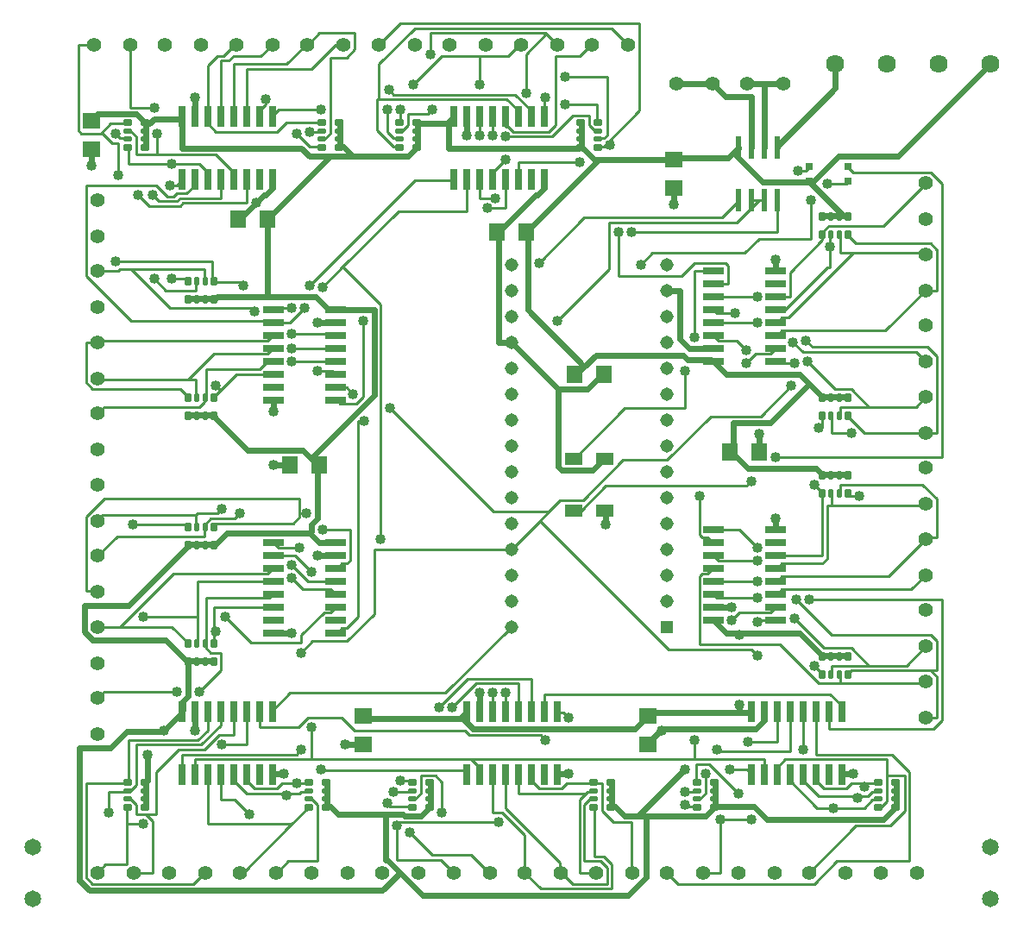
<source format=gbr>
%TF.GenerationSoftware,KiCad,Pcbnew,(6.0.9)*%
%TF.CreationDate,2023-02-21T16:03:54-05:00*%
%TF.ProjectId,CMRI_SMD_72IN_Nano_v1,434d5249-5f53-44d4-945f-3732494e5f4e,rev?*%
%TF.SameCoordinates,Original*%
%TF.FileFunction,Copper,L1,Top*%
%TF.FilePolarity,Positive*%
%FSLAX46Y46*%
G04 Gerber Fmt 4.6, Leading zero omitted, Abs format (unit mm)*
G04 Created by KiCad (PCBNEW (6.0.9)) date 2023-02-21 16:03:54*
%MOMM*%
%LPD*%
G01*
G04 APERTURE LIST*
G04 Aperture macros list*
%AMRoundRect*
0 Rectangle with rounded corners*
0 $1 Rounding radius*
0 $2 $3 $4 $5 $6 $7 $8 $9 X,Y pos of 4 corners*
0 Add a 4 corners polygon primitive as box body*
4,1,4,$2,$3,$4,$5,$6,$7,$8,$9,$2,$3,0*
0 Add four circle primitives for the rounded corners*
1,1,$1+$1,$2,$3*
1,1,$1+$1,$4,$5*
1,1,$1+$1,$6,$7*
1,1,$1+$1,$8,$9*
0 Add four rect primitives between the rounded corners*
20,1,$1+$1,$2,$3,$4,$5,0*
20,1,$1+$1,$4,$5,$6,$7,0*
20,1,$1+$1,$6,$7,$8,$9,0*
20,1,$1+$1,$8,$9,$2,$3,0*%
G04 Aperture macros list end*
%TA.AperFunction,ComponentPad*%
%ADD10C,1.408000*%
%TD*%
%TA.AperFunction,SMDPad,CuDef*%
%ADD11R,1.800000X1.200000*%
%TD*%
%TA.AperFunction,SMDPad,CuDef*%
%ADD12R,2.032000X0.660400*%
%TD*%
%TA.AperFunction,SMDPad,CuDef*%
%ADD13RoundRect,0.152500X-0.297500X-0.152500X0.297500X-0.152500X0.297500X0.152500X-0.297500X0.152500X0*%
%TD*%
%TA.AperFunction,SMDPad,CuDef*%
%ADD14RoundRect,0.132500X-0.317500X-0.132500X0.317500X-0.132500X0.317500X0.132500X-0.317500X0.132500X0*%
%TD*%
%TA.AperFunction,SMDPad,CuDef*%
%ADD15RoundRect,0.152500X0.297500X0.152500X-0.297500X0.152500X-0.297500X-0.152500X0.297500X-0.152500X0*%
%TD*%
%TA.AperFunction,SMDPad,CuDef*%
%ADD16RoundRect,0.132500X0.317500X0.132500X-0.317500X0.132500X-0.317500X-0.132500X0.317500X-0.132500X0*%
%TD*%
%TA.AperFunction,SMDPad,CuDef*%
%ADD17R,0.600000X2.200000*%
%TD*%
%TA.AperFunction,SMDPad,CuDef*%
%ADD18RoundRect,0.152500X-0.152500X0.297500X-0.152500X-0.297500X0.152500X-0.297500X0.152500X0.297500X0*%
%TD*%
%TA.AperFunction,SMDPad,CuDef*%
%ADD19RoundRect,0.132500X-0.132500X0.317500X-0.132500X-0.317500X0.132500X-0.317500X0.132500X0.317500X0*%
%TD*%
%TA.AperFunction,SMDPad,CuDef*%
%ADD20RoundRect,0.152500X0.152500X-0.297500X0.152500X0.297500X-0.152500X0.297500X-0.152500X-0.297500X0*%
%TD*%
%TA.AperFunction,SMDPad,CuDef*%
%ADD21RoundRect,0.132500X0.132500X-0.317500X0.132500X0.317500X-0.132500X0.317500X-0.132500X-0.317500X0*%
%TD*%
%TA.AperFunction,SMDPad,CuDef*%
%ADD22R,1.600000X1.800000*%
%TD*%
%TA.AperFunction,SMDPad,CuDef*%
%ADD23R,1.800000X1.600000*%
%TD*%
%TA.AperFunction,ComponentPad*%
%ADD24C,1.790700*%
%TD*%
%TA.AperFunction,SMDPad,CuDef*%
%ADD25R,0.660400X2.032000*%
%TD*%
%TA.AperFunction,SMDPad,CuDef*%
%ADD26R,0.800000X0.800000*%
%TD*%
%TA.AperFunction,ComponentPad*%
%ADD27C,1.650000*%
%TD*%
%TA.AperFunction,ComponentPad*%
%ADD28R,1.308000X1.308000*%
%TD*%
%TA.AperFunction,ComponentPad*%
%ADD29C,1.308000*%
%TD*%
%TA.AperFunction,ViaPad*%
%ADD30C,1.016000*%
%TD*%
%TA.AperFunction,Conductor*%
%ADD31C,0.609600*%
%TD*%
%TA.AperFunction,Conductor*%
%ADD32C,0.254000*%
%TD*%
G04 APERTURE END LIST*
D10*
%TO.P,X31,P$1*%
%TO.N,N$68*%
X142430600Y-145316100D03*
%TO.P,X31,P$2*%
%TO.N,N$69*%
X145986600Y-145316100D03*
%TD*%
%TO.P,X32,P$1*%
%TO.N,N$66*%
X135445600Y-145316100D03*
%TO.P,X32,P$2*%
%TO.N,N$67*%
X139001600Y-145316100D03*
%TD*%
D11*
%TO.P,R20,1*%
%TO.N,GND*%
X157264600Y-104676100D03*
%TO.P,R20,2*%
%TO.N,N$54*%
X154266600Y-104676100D03*
%TD*%
D12*
%TO.P,IC7,1*%
%TO.N,LATCH*%
X174079000Y-120551100D03*
%TO.P,IC7,2*%
%TO.N,SCK*%
X174079000Y-119281100D03*
%TO.P,IC7,3*%
%TO.N,N$49*%
X174079000Y-118011100D03*
%TO.P,IC7,4*%
%TO.N,N$50*%
X174079000Y-116741100D03*
%TO.P,IC7,5*%
%TO.N,N$51*%
X174079000Y-115471100D03*
%TO.P,IC7,6*%
%TO.N,N$52*%
X174079000Y-114201100D03*
%TO.P,IC7,7*%
%TO.N,N/C*%
X174079000Y-112931100D03*
%TO.P,IC7,8*%
%TO.N,GND*%
X174079000Y-111661100D03*
%TO.P,IC7,9*%
%TO.N,N$65*%
X167932200Y-111661100D03*
%TO.P,IC7,10*%
%TO.N,N$53*%
X167932200Y-112931100D03*
%TO.P,IC7,11*%
%TO.N,N$42*%
X167932200Y-114201100D03*
%TO.P,IC7,12*%
%TO.N,N$44*%
X167932200Y-115471100D03*
%TO.P,IC7,13*%
%TO.N,N$46*%
X167932200Y-116741100D03*
%TO.P,IC7,14*%
%TO.N,N$48*%
X167932200Y-118011100D03*
%TO.P,IC7,15*%
%TO.N,GND*%
X167932200Y-119281100D03*
%TO.P,IC7,16*%
%TO.N,VCC*%
X167932200Y-120551100D03*
%TD*%
D10*
%TO.P,X21,P$1*%
%TO.N,N$51*%
X188785600Y-109121100D03*
%TO.P,X21,P$2*%
%TO.N,N$52*%
X188785600Y-105565100D03*
%TD*%
%TO.P,X15,P$1*%
%TO.N,N$10*%
X152590600Y-64036100D03*
%TO.P,X15,P$2*%
%TO.N,N$12*%
X149034600Y-64036100D03*
%TD*%
%TO.P,X40,P$1*%
%TO.N,A*%
X174815600Y-67846100D03*
%TO.P,X40,P$2*%
X171259600Y-67846100D03*
%TD*%
D13*
%TO.P,R13,1*%
%TO.N,N$64*%
X184090600Y-136456100D03*
D14*
%TO.P,R13,2*%
%TO.N,N$63*%
X184090600Y-137296100D03*
%TO.P,R13,3*%
%TO.N,N$62*%
X184090600Y-138096100D03*
D13*
%TO.P,R13,4*%
%TO.N,N$61*%
X184090600Y-138936100D03*
D15*
%TO.P,R13,5*%
%TO.N,VCC*%
X185860600Y-138936100D03*
D16*
%TO.P,R13,6*%
X185860600Y-138096100D03*
%TO.P,R13,7*%
X185860600Y-137296100D03*
D15*
%TO.P,R13,8*%
X185860600Y-136456100D03*
%TD*%
D10*
%TO.P,X29,P$1*%
%TO.N,N$72*%
X156400600Y-145316100D03*
%TO.P,X29,P$2*%
%TO.N,N$73*%
X159956600Y-145316100D03*
%TD*%
D17*
%TO.P,IC11,1*%
%TO.N,RX*%
X170370600Y-79336100D03*
%TO.P,IC11,2*%
%TO.N,N$55*%
X171640600Y-79336100D03*
%TO.P,IC11,3*%
X172910600Y-79336100D03*
%TO.P,IC11,4*%
%TO.N,TX*%
X174180600Y-79336100D03*
%TO.P,IC11,5*%
%TO.N,GND*%
X174180600Y-74136100D03*
%TO.P,IC11,6*%
%TO.N,A*%
X172910600Y-74136100D03*
%TO.P,IC11,7*%
%TO.N,B*%
X171640600Y-74136100D03*
%TO.P,IC11,8*%
%TO.N,VCC*%
X170370600Y-74136100D03*
%TD*%
D10*
%TO.P,X4,P$1*%
%TO.N,N$35*%
X107505600Y-107216100D03*
%TO.P,X4,P$2*%
%TO.N,N$37*%
X107505600Y-110772100D03*
%TD*%
%TO.P,X20,P$1*%
%TO.N,N$24*%
X188785600Y-102136100D03*
%TO.P,X20,P$2*%
%TO.N,N$26*%
X188785600Y-98580100D03*
%TD*%
D18*
%TO.P,R2,1*%
%TO.N,N$41*%
X118905600Y-111411100D03*
D19*
%TO.P,R2,2*%
%TO.N,N$39*%
X118065600Y-111411100D03*
%TO.P,R2,3*%
%TO.N,N$37*%
X117265600Y-111411100D03*
D18*
%TO.P,R2,4*%
%TO.N,N$35*%
X116425600Y-111411100D03*
D20*
%TO.P,R2,5*%
%TO.N,VCC*%
X116425600Y-113181100D03*
D21*
%TO.P,R2,6*%
X117265600Y-113181100D03*
%TO.P,R2,7*%
X118065600Y-113181100D03*
D20*
%TO.P,R2,8*%
X118905600Y-113181100D03*
%TD*%
D18*
%TO.P,R4,1*%
%TO.N,N$25*%
X118905600Y-87281100D03*
D19*
%TO.P,R4,2*%
%TO.N,N$23*%
X118065600Y-87281100D03*
%TO.P,R4,3*%
%TO.N,N$21*%
X117265600Y-87281100D03*
D18*
%TO.P,R4,4*%
%TO.N,N$19*%
X116425600Y-87281100D03*
D20*
%TO.P,R4,5*%
%TO.N,VCC*%
X116425600Y-89051100D03*
D21*
%TO.P,R4,6*%
X117265600Y-89051100D03*
%TO.P,R4,7*%
X118065600Y-89051100D03*
D20*
%TO.P,R4,8*%
X118905600Y-89051100D03*
%TD*%
D22*
%TO.P,C9,1*%
%TO.N,GND*%
X172405600Y-104041100D03*
%TO.P,C9,2*%
%TO.N,VCC*%
X169605600Y-104041100D03*
%TD*%
D12*
%TO.P,IC2,1*%
%TO.N,LATCH*%
X124752200Y-90071100D03*
%TO.P,IC2,2*%
%TO.N,SCK*%
X124752200Y-91341100D03*
%TO.P,IC2,3*%
%TO.N,N$27*%
X124752200Y-92611100D03*
%TO.P,IC2,4*%
%TO.N,N$29*%
X124752200Y-93881100D03*
%TO.P,IC2,5*%
%TO.N,N$31*%
X124752200Y-95151100D03*
%TO.P,IC2,6*%
%TO.N,N$33*%
X124752200Y-96421100D03*
%TO.P,IC2,7*%
%TO.N,N/C*%
X124752200Y-97691100D03*
%TO.P,IC2,8*%
%TO.N,GND*%
X124752200Y-98961100D03*
%TO.P,IC2,9*%
%TO.N,N$4*%
X130899000Y-98961100D03*
%TO.P,IC2,10*%
%TO.N,N$2*%
X130899000Y-97691100D03*
%TO.P,IC2,11*%
%TO.N,N$19*%
X130899000Y-96421100D03*
%TO.P,IC2,12*%
%TO.N,N$21*%
X130899000Y-95151100D03*
%TO.P,IC2,13*%
%TO.N,N$23*%
X130899000Y-93881100D03*
%TO.P,IC2,14*%
%TO.N,N$25*%
X130899000Y-92611100D03*
%TO.P,IC2,15*%
%TO.N,GND*%
X130899000Y-91341100D03*
%TO.P,IC2,16*%
%TO.N,VCC*%
X130899000Y-90071100D03*
%TD*%
D10*
%TO.P,X19,P$1*%
%TO.N,N$28*%
X188785600Y-95151100D03*
%TO.P,X19,P$2*%
%TO.N,N$30*%
X188785600Y-91595100D03*
%TD*%
D13*
%TO.P,R6,1*%
%TO.N,N$7*%
X129480600Y-71686100D03*
D14*
%TO.P,R6,2*%
%TO.N,N$5*%
X129480600Y-72526100D03*
%TO.P,R6,3*%
%TO.N,N$3*%
X129480600Y-73326100D03*
D13*
%TO.P,R6,4*%
%TO.N,N$1*%
X129480600Y-74166100D03*
D15*
%TO.P,R6,5*%
%TO.N,VCC*%
X131250600Y-74166100D03*
D16*
%TO.P,R6,6*%
X131250600Y-73326100D03*
%TO.P,R6,7*%
X131250600Y-72526100D03*
D15*
%TO.P,R6,8*%
X131250600Y-71686100D03*
%TD*%
D23*
%TO.P,C5,1*%
%TO.N,GND*%
X106870600Y-74326100D03*
%TO.P,C5,2*%
%TO.N,VCC*%
X106870600Y-71526100D03*
%TD*%
D18*
%TO.P,R1,1*%
%TO.N,N$57*%
X118905600Y-122841100D03*
D19*
%TO.P,R1,2*%
%TO.N,N$47*%
X118065600Y-122841100D03*
%TO.P,R1,3*%
%TO.N,N$45*%
X117265600Y-122841100D03*
D18*
%TO.P,R1,4*%
%TO.N,N$43*%
X116425600Y-122841100D03*
D20*
%TO.P,R1,5*%
%TO.N,VCC*%
X116425600Y-124611100D03*
D21*
%TO.P,R1,6*%
X117265600Y-124611100D03*
%TO.P,R1,7*%
X118065600Y-124611100D03*
D20*
%TO.P,R1,8*%
X118905600Y-124611100D03*
%TD*%
D18*
%TO.P,R3,1*%
%TO.N,N$33*%
X118905600Y-98711100D03*
D19*
%TO.P,R3,2*%
%TO.N,N$31*%
X118065600Y-98711100D03*
%TO.P,R3,3*%
%TO.N,N$29*%
X117265600Y-98711100D03*
D18*
%TO.P,R3,4*%
%TO.N,N$27*%
X116425600Y-98711100D03*
D20*
%TO.P,R3,5*%
%TO.N,VCC*%
X116425600Y-100481100D03*
D21*
%TO.P,R3,6*%
X117265600Y-100481100D03*
%TO.P,R3,7*%
X118065600Y-100481100D03*
D20*
%TO.P,R3,8*%
X118905600Y-100481100D03*
%TD*%
D10*
%TO.P,X24,P$1*%
%TO.N,N$42*%
X188785600Y-130076100D03*
%TO.P,X24,P$2*%
%TO.N,N$44*%
X188785600Y-126520100D03*
%TD*%
D23*
%TO.P,C2,1*%
%TO.N,GND*%
X161480600Y-132746100D03*
%TO.P,C2,2*%
%TO.N,VCC*%
X161480600Y-129946100D03*
%TD*%
D22*
%TO.P,C4,1*%
%TO.N,GND*%
X157165600Y-96421100D03*
%TO.P,C4,2*%
%TO.N,VCC*%
X154365600Y-96421100D03*
%TD*%
D10*
%TO.P,X9,P$1*%
%TO.N,N$13*%
X110680600Y-64036100D03*
%TO.P,X9,P$2*%
%TO.N,N$15*%
X107124600Y-64036100D03*
%TD*%
D22*
%TO.P,C3,1*%
%TO.N,GND*%
X126425600Y-105311100D03*
%TO.P,C3,2*%
%TO.N,VCC*%
X129225600Y-105311100D03*
%TD*%
D24*
%TO.P,X37,1*%
%TO.N,VCC*%
X195135600Y-65941100D03*
%TO.P,X37,2*%
%TO.N,GND*%
X190055600Y-65941100D03*
%TD*%
D20*
%TO.P,R12,1*%
%TO.N,N$48*%
X178655600Y-125881100D03*
D21*
%TO.P,R12,2*%
%TO.N,N$46*%
X179495600Y-125881100D03*
%TO.P,R12,3*%
%TO.N,N$44*%
X180295600Y-125881100D03*
D20*
%TO.P,R12,4*%
%TO.N,N$42*%
X181135600Y-125881100D03*
D18*
%TO.P,R12,5*%
%TO.N,VCC*%
X181135600Y-124111100D03*
D19*
%TO.P,R12,6*%
X180295600Y-124111100D03*
%TO.P,R12,7*%
X179495600Y-124111100D03*
D18*
%TO.P,R12,8*%
X178655600Y-124111100D03*
%TD*%
D20*
%TO.P,R9,1*%
%TO.N,N$38*%
X178655600Y-82701100D03*
D21*
%TO.P,R9,2*%
%TO.N,N$36*%
X179495600Y-82701100D03*
%TO.P,R9,3*%
%TO.N,N$34*%
X180295600Y-82701100D03*
D20*
%TO.P,R9,4*%
%TO.N,N$32*%
X181135600Y-82701100D03*
D18*
%TO.P,R9,5*%
%TO.N,VCC*%
X181135600Y-80931100D03*
D19*
%TO.P,R9,6*%
X180295600Y-80931100D03*
%TO.P,R9,7*%
X179495600Y-80931100D03*
D18*
%TO.P,R9,8*%
X178655600Y-80931100D03*
%TD*%
D10*
%TO.P,X12,P$1*%
%TO.N,N$1*%
X131635600Y-64036100D03*
%TO.P,X12,P$2*%
%TO.N,N$3*%
X128079600Y-64036100D03*
%TD*%
D22*
%TO.P,C7,1*%
%TO.N,GND*%
X121345600Y-81181100D03*
%TO.P,C7,2*%
%TO.N,VCC*%
X124145600Y-81181100D03*
%TD*%
D10*
%TO.P,X28,P$1*%
%TO.N,N$56*%
X163385600Y-145316100D03*
%TO.P,X28,P$2*%
%TO.N,N$58*%
X166941600Y-145316100D03*
%TD*%
D13*
%TO.P,R5,1*%
%TO.N,N$15*%
X110430600Y-71686100D03*
D14*
%TO.P,R5,2*%
%TO.N,N$13*%
X110430600Y-72526100D03*
%TO.P,R5,3*%
%TO.N,N$11*%
X110430600Y-73326100D03*
D13*
%TO.P,R5,4*%
%TO.N,N$9*%
X110430600Y-74166100D03*
D15*
%TO.P,R5,5*%
%TO.N,VCC*%
X112200600Y-74166100D03*
D16*
%TO.P,R5,6*%
X112200600Y-73326100D03*
%TO.P,R5,7*%
X112200600Y-72526100D03*
D15*
%TO.P,R5,8*%
X112200600Y-71686100D03*
%TD*%
D10*
%TO.P,X14,P$1*%
%TO.N,N$14*%
X145605600Y-64036100D03*
%TO.P,X14,P$2*%
%TO.N,N$16*%
X142049600Y-64036100D03*
%TD*%
%TO.P,X10,P$1*%
%TO.N,N$9*%
X117665600Y-64036100D03*
%TO.P,X10,P$2*%
%TO.N,N$11*%
X114109600Y-64036100D03*
%TD*%
D13*
%TO.P,R18,1*%
%TO.N,N$78*%
X110430600Y-136456100D03*
D14*
%TO.P,R18,2*%
%TO.N,N$77*%
X110430600Y-137296100D03*
%TO.P,R18,3*%
%TO.N,N$76*%
X110430600Y-138096100D03*
D13*
%TO.P,R18,4*%
%TO.N,N$75*%
X110430600Y-138936100D03*
D15*
%TO.P,R18,5*%
%TO.N,VCC*%
X112200600Y-138936100D03*
D16*
%TO.P,R18,6*%
X112200600Y-138096100D03*
%TO.P,R18,7*%
X112200600Y-137296100D03*
D15*
%TO.P,R18,8*%
X112200600Y-136456100D03*
%TD*%
D10*
%TO.P,X36,P$1*%
%TO.N,N$75*%
X107505600Y-145316100D03*
%TO.P,X36,P$2*%
%TO.N,N$76*%
X111061600Y-145316100D03*
%TD*%
%TO.P,X7,P$1*%
%TO.N,N$23*%
X107505600Y-86261100D03*
%TO.P,X7,P$2*%
%TO.N,N$25*%
X107505600Y-89817100D03*
%TD*%
D23*
%TO.P,C8,1*%
%TO.N,GND*%
X164020600Y-78136100D03*
%TO.P,C8,2*%
%TO.N,VCC*%
X164020600Y-75336100D03*
%TD*%
D24*
%TO.P,X38,1*%
%TO.N,GND*%
X184975600Y-65941100D03*
%TO.P,X38,2*%
X179895600Y-65941100D03*
%TD*%
D12*
%TO.P,IC1,1*%
%TO.N,LATCH*%
X124752200Y-112931100D03*
%TO.P,IC1,2*%
%TO.N,SCK*%
X124752200Y-114201100D03*
%TO.P,IC1,3*%
%TO.N,N$43*%
X124752200Y-115471100D03*
%TO.P,IC1,4*%
%TO.N,N$45*%
X124752200Y-116741100D03*
%TO.P,IC1,5*%
%TO.N,N$47*%
X124752200Y-118011100D03*
%TO.P,IC1,6*%
%TO.N,N$57*%
X124752200Y-119281100D03*
%TO.P,IC1,7*%
%TO.N,N/C*%
X124752200Y-120551100D03*
%TO.P,IC1,8*%
%TO.N,GND*%
X124752200Y-121821100D03*
%TO.P,IC1,9*%
%TO.N,N$2*%
X130899000Y-121821100D03*
%TO.P,IC1,10*%
%TO.N,N/C*%
X130899000Y-120551100D03*
%TO.P,IC1,11*%
%TO.N,N$35*%
X130899000Y-119281100D03*
%TO.P,IC1,12*%
%TO.N,N$37*%
X130899000Y-118011100D03*
%TO.P,IC1,13*%
%TO.N,N$39*%
X130899000Y-116741100D03*
%TO.P,IC1,14*%
%TO.N,N$41*%
X130899000Y-115471100D03*
%TO.P,IC1,15*%
%TO.N,GND*%
X130899000Y-114201100D03*
%TO.P,IC1,16*%
%TO.N,VCC*%
X130899000Y-112931100D03*
%TD*%
D10*
%TO.P,X35,P$1*%
%TO.N,N$77*%
X114490600Y-145316100D03*
%TO.P,X35,P$2*%
%TO.N,N$78*%
X118046600Y-145316100D03*
%TD*%
D25*
%TO.P,IC9,1*%
%TO.N,LATCH*%
X143700600Y-135689500D03*
%TO.P,IC9,2*%
%TO.N,SCK*%
X144970600Y-135689500D03*
%TO.P,IC9,3*%
%TO.N,N$70*%
X146240600Y-135689500D03*
%TO.P,IC9,4*%
%TO.N,N$71*%
X147510600Y-135689500D03*
%TO.P,IC9,5*%
%TO.N,N$72*%
X148780600Y-135689500D03*
%TO.P,IC9,6*%
%TO.N,N$73*%
X150050600Y-135689500D03*
%TO.P,IC9,7*%
%TO.N,N/C*%
X151320600Y-135689500D03*
%TO.P,IC9,8*%
%TO.N,GND*%
X152590600Y-135689500D03*
%TO.P,IC9,9*%
%TO.N,N$83*%
X152590600Y-129542700D03*
%TO.P,IC9,10*%
%TO.N,N$74*%
X151320600Y-129542700D03*
%TO.P,IC9,11*%
%TO.N,N$66*%
X150050600Y-129542700D03*
%TO.P,IC9,12*%
%TO.N,N$67*%
X148780600Y-129542700D03*
%TO.P,IC9,13*%
%TO.N,N$68*%
X147510600Y-129542700D03*
%TO.P,IC9,14*%
%TO.N,N$69*%
X146240600Y-129542700D03*
%TO.P,IC9,15*%
%TO.N,GND*%
X144970600Y-129542700D03*
%TO.P,IC9,16*%
%TO.N,VCC*%
X143700600Y-129542700D03*
%TD*%
D26*
%TO.P,L2,A*%
%TO.N,VCC*%
X177355600Y-77486100D03*
%TO.P,L2,C*%
%TO.N,N$54*%
X177355600Y-75986100D03*
%TD*%
D10*
%TO.P,X34,P$1*%
%TO.N,N$79*%
X121475600Y-145316100D03*
%TO.P,X34,P$2*%
%TO.N,N$80*%
X125031600Y-145316100D03*
%TD*%
D20*
%TO.P,R10,1*%
%TO.N,N$30*%
X178655600Y-100481100D03*
D21*
%TO.P,R10,2*%
%TO.N,N$28*%
X179495600Y-100481100D03*
%TO.P,R10,3*%
%TO.N,N$26*%
X180295600Y-100481100D03*
D20*
%TO.P,R10,4*%
%TO.N,N$24*%
X181135600Y-100481100D03*
D18*
%TO.P,R10,5*%
%TO.N,VCC*%
X181135600Y-98711100D03*
D19*
%TO.P,R10,6*%
X180295600Y-98711100D03*
%TO.P,R10,7*%
X179495600Y-98711100D03*
D18*
%TO.P,R10,8*%
X178655600Y-98711100D03*
%TD*%
D11*
%TO.P,R19,1*%
%TO.N,GND*%
X157264600Y-109756100D03*
%TO.P,R19,2*%
%TO.N,N$17*%
X154266600Y-109756100D03*
%TD*%
D25*
%TO.P,IC3,1*%
%TO.N,LATCH*%
X115760600Y-77269500D03*
%TO.P,IC3,2*%
%TO.N,SCK*%
X117030600Y-77269500D03*
%TO.P,IC3,3*%
%TO.N,N$9*%
X118300600Y-77269500D03*
%TO.P,IC3,4*%
%TO.N,N$11*%
X119570600Y-77269500D03*
%TO.P,IC3,5*%
%TO.N,N$13*%
X120840600Y-77269500D03*
%TO.P,IC3,6*%
%TO.N,N$15*%
X122110600Y-77269500D03*
%TO.P,IC3,7*%
%TO.N,N/C*%
X123380600Y-77269500D03*
%TO.P,IC3,8*%
%TO.N,GND*%
X124650600Y-77269500D03*
%TO.P,IC3,9*%
%TO.N,N$22*%
X124650600Y-71122700D03*
%TO.P,IC3,10*%
%TO.N,N$4*%
X123380600Y-71122700D03*
%TO.P,IC3,11*%
%TO.N,N$1*%
X122110600Y-71122700D03*
%TO.P,IC3,12*%
%TO.N,N$3*%
X120840600Y-71122700D03*
%TO.P,IC3,13*%
%TO.N,N$5*%
X119570600Y-71122700D03*
%TO.P,IC3,14*%
%TO.N,N$7*%
X118300600Y-71122700D03*
%TO.P,IC3,15*%
%TO.N,GND*%
X117030600Y-71122700D03*
%TO.P,IC3,16*%
%TO.N,VCC*%
X115760600Y-71122700D03*
%TD*%
D10*
%TO.P,X6,P$1*%
%TO.N,N$27*%
X107505600Y-93246100D03*
%TO.P,X6,P$2*%
%TO.N,N$29*%
X107505600Y-96802100D03*
%TD*%
D27*
%TO.P,U$2,P$3*%
%TO.N,GND*%
X195135600Y-142776100D03*
%TO.P,U$2,P$4*%
X195135600Y-147856100D03*
%TD*%
D10*
%TO.P,X23,P$1*%
%TO.N,N$46*%
X188785600Y-123091100D03*
%TO.P,X23,P$2*%
%TO.N,N$48*%
X188785600Y-119535100D03*
%TD*%
%TO.P,X22,P$1*%
%TO.N,N$49*%
X188785600Y-116106100D03*
%TO.P,X22,P$2*%
%TO.N,N$50*%
X188785600Y-112550100D03*
%TD*%
%TO.P,X27,P$1*%
%TO.N,N$59*%
X170370600Y-145316100D03*
%TO.P,X27,P$2*%
%TO.N,N$60*%
X173926600Y-145316100D03*
%TD*%
D26*
%TO.P,L1,A*%
%TO.N,D3*%
X181165600Y-77486100D03*
%TO.P,L1,C*%
%TO.N,N$17*%
X181165600Y-75986100D03*
%TD*%
D15*
%TO.P,R7,1*%
%TO.N,N$20*%
X156650600Y-74166100D03*
D16*
%TO.P,R7,2*%
%TO.N,N$18*%
X156650600Y-73326100D03*
%TO.P,R7,3*%
%TO.N,N$16*%
X156650600Y-72526100D03*
D15*
%TO.P,R7,4*%
%TO.N,N$14*%
X156650600Y-71686100D03*
D13*
%TO.P,R7,5*%
%TO.N,VCC*%
X154880600Y-71686100D03*
D14*
%TO.P,R7,6*%
X154880600Y-72526100D03*
%TO.P,R7,7*%
X154880600Y-73326100D03*
D13*
%TO.P,R7,8*%
X154880600Y-74166100D03*
%TD*%
D10*
%TO.P,X8,P$1*%
%TO.N,N$19*%
X107505600Y-79276100D03*
%TO.P,X8,P$2*%
%TO.N,N$21*%
X107505600Y-82832100D03*
%TD*%
%TO.P,X30,P$1*%
%TO.N,N$70*%
X149415600Y-145316100D03*
%TO.P,X30,P$2*%
%TO.N,N$71*%
X152971600Y-145316100D03*
%TD*%
%TO.P,X13,P$1*%
%TO.N,N$18*%
X138620600Y-64036100D03*
%TO.P,X13,P$2*%
%TO.N,N$20*%
X135064600Y-64036100D03*
%TD*%
%TO.P,X25,P$1*%
%TO.N,N$63*%
X184340600Y-145316100D03*
%TO.P,X25,P$2*%
%TO.N,N$64*%
X187896600Y-145316100D03*
%TD*%
%TO.P,X18,P$1*%
%TO.N,N$32*%
X188785600Y-88166100D03*
%TO.P,X18,P$2*%
%TO.N,N$34*%
X188785600Y-84610100D03*
%TD*%
%TO.P,X11,P$1*%
%TO.N,N$5*%
X124650600Y-64036100D03*
%TO.P,X11,P$2*%
%TO.N,N$7*%
X121094600Y-64036100D03*
%TD*%
D13*
%TO.P,R15,1*%
%TO.N,N$73*%
X156150600Y-136456100D03*
D14*
%TO.P,R15,2*%
%TO.N,N$72*%
X156150600Y-137296100D03*
%TO.P,R15,3*%
%TO.N,N$71*%
X156150600Y-138096100D03*
D13*
%TO.P,R15,4*%
%TO.N,N$70*%
X156150600Y-138936100D03*
D15*
%TO.P,R15,5*%
%TO.N,VCC*%
X157920600Y-138936100D03*
D16*
%TO.P,R15,6*%
X157920600Y-138096100D03*
%TO.P,R15,7*%
X157920600Y-137296100D03*
D15*
%TO.P,R15,8*%
X157920600Y-136456100D03*
%TD*%
D22*
%TO.P,C6,1*%
%TO.N,GND*%
X146745600Y-82451100D03*
%TO.P,C6,2*%
%TO.N,VCC*%
X149545600Y-82451100D03*
%TD*%
D10*
%TO.P,X26,P$1*%
%TO.N,N$61*%
X177355600Y-145316100D03*
%TO.P,X26,P$2*%
%TO.N,N$62*%
X180911600Y-145316100D03*
%TD*%
D25*
%TO.P,IC10,1*%
%TO.N,LATCH*%
X115760600Y-135689500D03*
%TO.P,IC10,2*%
%TO.N,SCK*%
X117030600Y-135689500D03*
%TO.P,IC10,3*%
%TO.N,N$79*%
X118300600Y-135689500D03*
%TO.P,IC10,4*%
%TO.N,N$80*%
X119570600Y-135689500D03*
%TO.P,IC10,5*%
%TO.N,N$81*%
X120840600Y-135689500D03*
%TO.P,IC10,6*%
%TO.N,N$82*%
X122110600Y-135689500D03*
%TO.P,IC10,7*%
%TO.N,N/C*%
X123380600Y-135689500D03*
%TO.P,IC10,8*%
%TO.N,GND*%
X124650600Y-135689500D03*
%TO.P,IC10,9*%
%TO.N,SO*%
X124650600Y-129542700D03*
%TO.P,IC10,10*%
%TO.N,N$83*%
X123380600Y-129542700D03*
%TO.P,IC10,11*%
%TO.N,N$75*%
X122110600Y-129542700D03*
%TO.P,IC10,12*%
%TO.N,N$76*%
X120840600Y-129542700D03*
%TO.P,IC10,13*%
%TO.N,N$77*%
X119570600Y-129542700D03*
%TO.P,IC10,14*%
%TO.N,N$78*%
X118300600Y-129542700D03*
%TO.P,IC10,15*%
%TO.N,GND*%
X117030600Y-129542700D03*
%TO.P,IC10,16*%
%TO.N,VCC*%
X115760600Y-129542700D03*
%TD*%
D23*
%TO.P,C1,1*%
%TO.N,GND*%
X133540600Y-132746100D03*
%TO.P,C1,2*%
%TO.N,VCC*%
X133540600Y-129946100D03*
%TD*%
D25*
%TO.P,IC4,1*%
%TO.N,LATCH*%
X142430600Y-77269500D03*
%TO.P,IC4,2*%
%TO.N,SCK*%
X143700600Y-77269500D03*
%TO.P,IC4,3*%
%TO.N,N$14*%
X144970600Y-77269500D03*
%TO.P,IC4,4*%
%TO.N,N$16*%
X146240600Y-77269500D03*
%TO.P,IC4,5*%
%TO.N,N$18*%
X147510600Y-77269500D03*
%TO.P,IC4,6*%
%TO.N,N$20*%
X148780600Y-77269500D03*
%TO.P,IC4,7*%
%TO.N,N/C*%
X150050600Y-77269500D03*
%TO.P,IC4,8*%
%TO.N,GND*%
X151320600Y-77269500D03*
%TO.P,IC4,9*%
%TO.N,N$40*%
X151320600Y-71122700D03*
%TO.P,IC4,10*%
%TO.N,N$22*%
X150050600Y-71122700D03*
%TO.P,IC4,11*%
%TO.N,N$6*%
X148780600Y-71122700D03*
%TO.P,IC4,12*%
%TO.N,N$8*%
X147510600Y-71122700D03*
%TO.P,IC4,13*%
%TO.N,N$10*%
X146240600Y-71122700D03*
%TO.P,IC4,14*%
%TO.N,N$12*%
X144970600Y-71122700D03*
%TO.P,IC4,15*%
%TO.N,GND*%
X143700600Y-71122700D03*
%TO.P,IC4,16*%
%TO.N,VCC*%
X142430600Y-71122700D03*
%TD*%
D10*
%TO.P,X33,P$1*%
%TO.N,N$81*%
X128460600Y-145316100D03*
%TO.P,X33,P$2*%
%TO.N,N$82*%
X132016600Y-145316100D03*
%TD*%
%TO.P,X39,P$1*%
%TO.N,B*%
X167830600Y-67846100D03*
%TO.P,X39,P$2*%
X164274600Y-67846100D03*
%TD*%
D13*
%TO.P,R8,1*%
%TO.N,N$12*%
X137100600Y-71686100D03*
D14*
%TO.P,R8,2*%
%TO.N,N$10*%
X137100600Y-72526100D03*
%TO.P,R8,3*%
%TO.N,N$8*%
X137100600Y-73326100D03*
D13*
%TO.P,R8,4*%
%TO.N,N$6*%
X137100600Y-74166100D03*
D15*
%TO.P,R8,5*%
%TO.N,VCC*%
X138870600Y-74166100D03*
D16*
%TO.P,R8,6*%
X138870600Y-73326100D03*
%TO.P,R8,7*%
X138870600Y-72526100D03*
D15*
%TO.P,R8,8*%
X138870600Y-71686100D03*
%TD*%
D10*
%TO.P,X1,P$1*%
%TO.N,N$47*%
X107505600Y-128171100D03*
%TO.P,X1,P$2*%
%TO.N,N$57*%
X107505600Y-131727100D03*
%TD*%
%TO.P,X2,P$1*%
%TO.N,N$43*%
X107505600Y-121186100D03*
%TO.P,X2,P$2*%
%TO.N,N$45*%
X107505600Y-124742100D03*
%TD*%
D25*
%TO.P,IC8,1*%
%TO.N,LATCH*%
X171640600Y-135689500D03*
%TO.P,IC8,2*%
%TO.N,SCK*%
X172910600Y-135689500D03*
%TO.P,IC8,3*%
%TO.N,N$61*%
X174180600Y-135689500D03*
%TO.P,IC8,4*%
%TO.N,N$62*%
X175450600Y-135689500D03*
%TO.P,IC8,5*%
%TO.N,N$63*%
X176720600Y-135689500D03*
%TO.P,IC8,6*%
%TO.N,N$64*%
X177990600Y-135689500D03*
%TO.P,IC8,7*%
%TO.N,N/C*%
X179260600Y-135689500D03*
%TO.P,IC8,8*%
%TO.N,GND*%
X180530600Y-135689500D03*
%TO.P,IC8,9*%
%TO.N,N$74*%
X180530600Y-129542700D03*
%TO.P,IC8,10*%
%TO.N,N$65*%
X179260600Y-129542700D03*
%TO.P,IC8,11*%
%TO.N,N$56*%
X177990600Y-129542700D03*
%TO.P,IC8,12*%
%TO.N,N$58*%
X176720600Y-129542700D03*
%TO.P,IC8,13*%
%TO.N,N$59*%
X175450600Y-129542700D03*
%TO.P,IC8,14*%
%TO.N,N$60*%
X174180600Y-129542700D03*
%TO.P,IC8,15*%
%TO.N,GND*%
X172910600Y-129542700D03*
%TO.P,IC8,16*%
%TO.N,VCC*%
X171640600Y-129542700D03*
%TD*%
D13*
%TO.P,R16,1*%
%TO.N,N$69*%
X138370600Y-136456100D03*
D14*
%TO.P,R16,2*%
%TO.N,N$68*%
X138370600Y-137296100D03*
%TO.P,R16,3*%
%TO.N,N$67*%
X138370600Y-138096100D03*
D13*
%TO.P,R16,4*%
%TO.N,N$66*%
X138370600Y-138936100D03*
D15*
%TO.P,R16,5*%
%TO.N,VCC*%
X140140600Y-138936100D03*
D16*
%TO.P,R16,6*%
X140140600Y-138096100D03*
%TO.P,R16,7*%
X140140600Y-137296100D03*
D15*
%TO.P,R16,8*%
X140140600Y-136456100D03*
%TD*%
D10*
%TO.P,X3,P$1*%
%TO.N,N$39*%
X107505600Y-114201100D03*
%TO.P,X3,P$2*%
%TO.N,N$41*%
X107505600Y-117757100D03*
%TD*%
D13*
%TO.P,R14,1*%
%TO.N,N$60*%
X166310600Y-136456100D03*
D14*
%TO.P,R14,2*%
%TO.N,N$59*%
X166310600Y-137296100D03*
%TO.P,R14,3*%
%TO.N,N$58*%
X166310600Y-138096100D03*
D13*
%TO.P,R14,4*%
%TO.N,N$56*%
X166310600Y-138936100D03*
D15*
%TO.P,R14,5*%
%TO.N,VCC*%
X168080600Y-138936100D03*
D16*
%TO.P,R14,6*%
X168080600Y-138096100D03*
%TO.P,R14,7*%
X168080600Y-137296100D03*
D15*
%TO.P,R14,8*%
X168080600Y-136456100D03*
%TD*%
D10*
%TO.P,X16,P$1*%
%TO.N,N$6*%
X159575600Y-64036100D03*
%TO.P,X16,P$2*%
%TO.N,N$8*%
X156019600Y-64036100D03*
%TD*%
%TO.P,X17,P$1*%
%TO.N,N$36*%
X188785600Y-81181100D03*
%TO.P,X17,P$2*%
%TO.N,N$38*%
X188785600Y-77625100D03*
%TD*%
D20*
%TO.P,R11,1*%
%TO.N,N$52*%
X178655600Y-108101100D03*
D21*
%TO.P,R11,2*%
%TO.N,N$51*%
X179495600Y-108101100D03*
%TO.P,R11,3*%
%TO.N,N$50*%
X180295600Y-108101100D03*
D20*
%TO.P,R11,4*%
%TO.N,N$49*%
X181135600Y-108101100D03*
D18*
%TO.P,R11,5*%
%TO.N,VCC*%
X181135600Y-106331100D03*
D19*
%TO.P,R11,6*%
X180295600Y-106331100D03*
%TO.P,R11,7*%
X179495600Y-106331100D03*
D18*
%TO.P,R11,8*%
X178655600Y-106331100D03*
%TD*%
D10*
%TO.P,X5,P$1*%
%TO.N,N$31*%
X107505600Y-100231100D03*
%TO.P,X5,P$2*%
%TO.N,N$33*%
X107505600Y-103787100D03*
%TD*%
D28*
%TO.P,ARDUINO_NANO1,1*%
%TO.N,SCK*%
X163385600Y-121186100D03*
D29*
%TO.P,ARDUINO_NANO1,2*%
%TO.N,N/C*%
X163385600Y-118646100D03*
%TO.P,ARDUINO_NANO1,3*%
X163385600Y-116106100D03*
%TO.P,ARDUINO_NANO1,4*%
X163385600Y-113566100D03*
%TO.P,ARDUINO_NANO1,5*%
X163385600Y-111026100D03*
%TO.P,ARDUINO_NANO1,6*%
X163385600Y-108486100D03*
%TO.P,ARDUINO_NANO1,7*%
X163385600Y-105946100D03*
%TO.P,ARDUINO_NANO1,8*%
X163385600Y-103406100D03*
%TO.P,ARDUINO_NANO1,9*%
X163385600Y-100866100D03*
%TO.P,ARDUINO_NANO1,10*%
X163385600Y-98326100D03*
%TO.P,ARDUINO_NANO1,11*%
X163385600Y-95786100D03*
%TO.P,ARDUINO_NANO1,12*%
%TO.N,5V*%
X163385600Y-93246100D03*
%TO.P,ARDUINO_NANO1,13*%
%TO.N,N/C*%
X163385600Y-90706100D03*
%TO.P,ARDUINO_NANO1,14*%
%TO.N,GND*%
X163385600Y-88166100D03*
%TO.P,ARDUINO_NANO1,15*%
%TO.N,VIN*%
X163385600Y-85626100D03*
%TO.P,ARDUINO_NANO1,16*%
%TO.N,TX*%
X148145600Y-85626100D03*
%TO.P,ARDUINO_NANO1,17*%
%TO.N,RX*%
X148145600Y-88166100D03*
%TO.P,ARDUINO_NANO1,18*%
%TO.N,N/C*%
X148145600Y-90706100D03*
%TO.P,ARDUINO_NANO1,19*%
%TO.N,GND*%
X148145600Y-93246100D03*
%TO.P,ARDUINO_NANO1,20*%
%TO.N,N$55*%
X148145600Y-95786100D03*
%TO.P,ARDUINO_NANO1,21*%
%TO.N,D3*%
X148145600Y-98326100D03*
%TO.P,ARDUINO_NANO1,22*%
%TO.N,N/C*%
X148145600Y-100866100D03*
%TO.P,ARDUINO_NANO1,23*%
X148145600Y-103406100D03*
%TO.P,ARDUINO_NANO1,24*%
X148145600Y-105946100D03*
%TO.P,ARDUINO_NANO1,25*%
X148145600Y-108486100D03*
%TO.P,ARDUINO_NANO1,26*%
X148145600Y-111026100D03*
%TO.P,ARDUINO_NANO1,27*%
%TO.N,LATCH*%
X148145600Y-113566100D03*
%TO.P,ARDUINO_NANO1,28*%
%TO.N,N/C*%
X148145600Y-116106100D03*
%TO.P,ARDUINO_NANO1,29*%
X148145600Y-118646100D03*
%TO.P,ARDUINO_NANO1,30*%
%TO.N,SO*%
X148145600Y-121186100D03*
%TD*%
D27*
%TO.P,U$1,P$3*%
%TO.N,GND*%
X101155600Y-142776100D03*
%TO.P,U$1,P$4*%
X101155600Y-147856100D03*
%TD*%
D12*
%TO.P,IC5,1*%
%TO.N,LATCH*%
X174079000Y-95151100D03*
%TO.P,IC5,2*%
%TO.N,SCK*%
X174079000Y-93881100D03*
%TO.P,IC5,3*%
%TO.N,N$32*%
X174079000Y-92611100D03*
%TO.P,IC5,4*%
%TO.N,N$34*%
X174079000Y-91341100D03*
%TO.P,IC5,5*%
%TO.N,N$36*%
X174079000Y-90071100D03*
%TO.P,IC5,6*%
%TO.N,N$38*%
X174079000Y-88801100D03*
%TO.P,IC5,7*%
%TO.N,N/C*%
X174079000Y-87531100D03*
%TO.P,IC5,8*%
%TO.N,GND*%
X174079000Y-86261100D03*
%TO.P,IC5,9*%
%TO.N,N$53*%
X167932200Y-86261100D03*
%TO.P,IC5,10*%
%TO.N,N$40*%
X167932200Y-87531100D03*
%TO.P,IC5,11*%
%TO.N,N$24*%
X167932200Y-88801100D03*
%TO.P,IC5,12*%
%TO.N,N$26*%
X167932200Y-90071100D03*
%TO.P,IC5,13*%
%TO.N,N$28*%
X167932200Y-91341100D03*
%TO.P,IC5,14*%
%TO.N,N$30*%
X167932200Y-92611100D03*
%TO.P,IC5,15*%
%TO.N,GND*%
X167932200Y-93881100D03*
%TO.P,IC5,16*%
%TO.N,VCC*%
X167932200Y-95151100D03*
%TD*%
D13*
%TO.P,R17,1*%
%TO.N,N$82*%
X128210600Y-136456100D03*
D14*
%TO.P,R17,2*%
%TO.N,N$81*%
X128210600Y-137296100D03*
%TO.P,R17,3*%
%TO.N,N$80*%
X128210600Y-138096100D03*
D13*
%TO.P,R17,4*%
%TO.N,N$79*%
X128210600Y-138936100D03*
D15*
%TO.P,R17,5*%
%TO.N,VCC*%
X129980600Y-138936100D03*
D16*
%TO.P,R17,6*%
X129980600Y-138096100D03*
%TO.P,R17,7*%
X129980600Y-137296100D03*
D15*
%TO.P,R17,8*%
X129980600Y-136456100D03*
%TD*%
D30*
%TO.N,GND*%
X129095600Y-114201100D03*
X126555600Y-121821100D03*
X124809350Y-100072350D03*
X157353100Y-111184850D03*
X181641850Y-135632350D03*
X162909350Y-131346100D03*
X174021850Y-85149850D03*
X125761850Y-135632350D03*
X164020600Y-79752350D03*
X144970600Y-127694850D03*
X131794350Y-132774850D03*
X174021850Y-110549850D03*
X117030600Y-69274850D03*
X129095600Y-91341100D03*
X153701850Y-135632350D03*
X169735600Y-119281100D03*
X123063100Y-79593600D03*
X143700600Y-72926100D03*
X172434350Y-102294850D03*
X124809350Y-105311100D03*
X106870600Y-75942350D03*
X117030600Y-131346100D03*
%TO.N,VCC*%
X165131850Y-135156100D03*
X170529350Y-121979850D03*
X112426850Y-133727350D03*
X170529350Y-128806100D03*
X114014350Y-131346100D03*
%TO.N,N$1*%
X127031850Y-72767350D03*
%TO.N,N$5*%
X128301850Y-72608600D03*
%TO.N,N$9*%
X114808100Y-75783600D03*
%TO.N,N$11*%
X109251850Y-72767350D03*
X112903100Y-78799850D03*
%TO.N,N$13*%
X113379350Y-72767350D03*
X113061850Y-70227350D03*
%TO.N,N$15*%
X111474350Y-78799850D03*
X109569350Y-76894850D03*
%TO.N,N$19*%
X114808100Y-87054850D03*
X129095600Y-96103600D03*
%TO.N,N$21*%
X126555600Y-95151100D03*
X113061850Y-87054850D03*
%TO.N,N$23*%
X126555600Y-93881100D03*
X122904350Y-90229850D03*
%TO.N,N$25*%
X109251850Y-85308600D03*
X121793100Y-87689850D03*
X126555600Y-92452350D03*
%TO.N,N$33*%
X119094350Y-97532350D03*
%TO.N,N$35*%
X120046850Y-120233600D03*
X110998100Y-111184850D03*
%TO.N,N$37*%
X126555600Y-116423600D03*
X119729350Y-109597350D03*
%TO.N,N$39*%
X126555600Y-115153600D03*
X121475600Y-110073600D03*
%TO.N,N$41*%
X129571850Y-111661100D03*
X127984350Y-110073600D03*
%TO.N,N$45*%
X111950600Y-120233600D03*
%TO.N,N$47*%
X115284350Y-127536100D03*
X117506850Y-127536100D03*
%TO.N,N$57*%
X119094350Y-121662350D03*
%TO.N,LATCH*%
X114649350Y-77847350D03*
X136239350Y-99754850D03*
X175609350Y-97532350D03*
X175926850Y-95309850D03*
X129413100Y-135156100D03*
X126555600Y-89912350D03*
X172275600Y-124043600D03*
X128301850Y-87689850D03*
X127508100Y-133251100D03*
X169576850Y-135156100D03*
X127508100Y-123726100D03*
X127349350Y-113407350D03*
X172275600Y-120709850D03*
%TO.N,SCK*%
X135286850Y-112613600D03*
X128460600Y-131028600D03*
X127825600Y-89912350D03*
X129571850Y-87848600D03*
X171164350Y-95309850D03*
X166084350Y-132298600D03*
X128460600Y-115788600D03*
X169735600Y-120551100D03*
%TO.N,N$55*%
X152590600Y-91182350D03*
%TO.N,TX*%
X159893100Y-82451100D03*
%TO.N,RX*%
X150844350Y-85467350D03*
%TO.N,N$2*%
X133699350Y-101024850D03*
X132588100Y-98326100D03*
%TO.N,N$4*%
X124015600Y-69433600D03*
X133540600Y-91182350D03*
%TO.N,N$17*%
X174021850Y-104517350D03*
X171640600Y-106898600D03*
%TO.N,N$54*%
X176244350Y-76418600D03*
X165131850Y-96103600D03*
%TO.N,N$8*%
X135921850Y-70386100D03*
%TO.N,N$10*%
X149574350Y-68798600D03*
X140366850Y-70386100D03*
X146240600Y-72926100D03*
X140208100Y-64988600D03*
%TO.N,N$12*%
X144970600Y-72926100D03*
X144970600Y-68004850D03*
X138461850Y-68004850D03*
X137191850Y-70386100D03*
%TO.N,N$14*%
X153384350Y-69909850D03*
X146558100Y-79117350D03*
%TO.N,N$16*%
X147510600Y-75307350D03*
X147510600Y-73084850D03*
%TO.N,N$18*%
X153384350Y-67211100D03*
X145764350Y-80069850D03*
%TO.N,N$20*%
X157829350Y-73878600D03*
X154813100Y-75624850D03*
%TO.N,N$22*%
X136080600Y-68481100D03*
X129413100Y-70386100D03*
%TO.N,N$24*%
X172275600Y-88801100D03*
X177038100Y-93087350D03*
%TO.N,N$26*%
X177196850Y-95151100D03*
X170053100Y-90388600D03*
%TO.N,N$28*%
X175768100Y-93246100D03*
X172275600Y-91341100D03*
X181483100Y-102136100D03*
%TO.N,N$30*%
X178308100Y-101659850D03*
X171164350Y-94039850D03*
%TO.N,N$36*%
X179419350Y-83879850D03*
%TO.N,N$40*%
X158623100Y-82451100D03*
X151479350Y-69274850D03*
%TO.N,N$42*%
X172275600Y-114677350D03*
X176085600Y-118487350D03*
%TO.N,N$46*%
X172275600Y-116741100D03*
X175926850Y-120392350D03*
%TO.N,N$48*%
X172275600Y-118328600D03*
X177831850Y-124996100D03*
%TO.N,N$49*%
X182276850Y-108327350D03*
%TO.N,N$52*%
X177831850Y-107216100D03*
%TO.N,N$53*%
X166084350Y-92769850D03*
X166560600Y-108327350D03*
%TO.N,N$56*%
X165131850Y-138648600D03*
%TO.N,N$58*%
X171640600Y-140077350D03*
X167195600Y-135632350D03*
X168624350Y-140077350D03*
X176720600Y-133251100D03*
%TO.N,N$59*%
X165131850Y-137378600D03*
X168306850Y-133251100D03*
%TO.N,N$60*%
X171323100Y-132457350D03*
X170370600Y-137537350D03*
%TO.N,N$62*%
X179736850Y-138966100D03*
%TO.N,N$63*%
X182118100Y-138013600D03*
%TO.N,N$64*%
X182753100Y-136902350D03*
%TO.N,N$65*%
X177355600Y-118487350D03*
X172275600Y-113407350D03*
%TO.N,N$66*%
X135921850Y-138489850D03*
X141001850Y-129123600D03*
%TO.N,N$67*%
X141319350Y-139442350D03*
X142271850Y-129123600D03*
%TO.N,N$68*%
X136556850Y-137378600D03*
X136874350Y-140712350D03*
X146875600Y-140394850D03*
X147510600Y-127694850D03*
%TO.N,N$69*%
X146240600Y-127694850D03*
X138144350Y-141347350D03*
X137191850Y-136267350D03*
%TO.N,N$75*%
X111950600Y-140553600D03*
X119729350Y-132774850D03*
%TO.N,N$77*%
X108616850Y-139442350D03*
%TO.N,N$80*%
X122428100Y-139601100D03*
%TO.N,N$81*%
X126079350Y-137696100D03*
%TO.N,N$82*%
X127031850Y-136584850D03*
%TO.N,N$83*%
X153701850Y-130076100D03*
X151479350Y-132298600D03*
%TO.N,D3*%
X179101850Y-77688600D03*
X160845600Y-85626100D03*
X177514350Y-79276100D03*
%TD*%
D31*
%TO.N,GND*%
X155606850Y-97849850D02*
X152749350Y-97849850D01*
X123063100Y-79593600D02*
X121475600Y-81181100D01*
X146875600Y-93246100D02*
X146875600Y-82609850D01*
X124809350Y-98961100D02*
X124752200Y-98961100D01*
X157194350Y-104676100D02*
X157264600Y-104676100D01*
X181641850Y-135632350D02*
X180530600Y-135632350D01*
X162829975Y-131266725D02*
X161480600Y-132616100D01*
X165608100Y-93881100D02*
X167932200Y-93881100D01*
X157353100Y-111184850D02*
X157353100Y-109756100D01*
X124015600Y-78799850D02*
X123856850Y-78799850D01*
X179895600Y-68322350D02*
X174180600Y-74037350D01*
X124650600Y-78164850D02*
X124015600Y-78799850D01*
X153066850Y-105787350D02*
X156083100Y-105787350D01*
X162909350Y-131187350D02*
X162829975Y-131266725D01*
X164655600Y-88166100D02*
X164655600Y-92928600D01*
X174021850Y-85149850D02*
X174021850Y-86261100D01*
X180530600Y-135632350D02*
X180530600Y-135689500D01*
X124809350Y-105311100D02*
X126425600Y-105311100D01*
X174021850Y-110549850D02*
X174021850Y-111661100D01*
X172910600Y-130393600D02*
X172116850Y-131187350D01*
X146875600Y-82609850D02*
X146745600Y-82451100D01*
X106870600Y-75942350D02*
X106870600Y-74326100D01*
X164655600Y-92928600D02*
X165608100Y-93881100D01*
X157035600Y-96421100D02*
X155606850Y-97849850D01*
X152590600Y-135632350D02*
X152590600Y-135689500D01*
X174021850Y-111661100D02*
X174079000Y-111661100D01*
X152749350Y-105469850D02*
X153066850Y-105787350D01*
X131794350Y-132774850D02*
X133540600Y-132774850D01*
X150685600Y-78799850D02*
X150526850Y-78799850D01*
X172434350Y-104041100D02*
X172405600Y-104041100D01*
X129095600Y-91341100D02*
X130899000Y-91341100D01*
X152749350Y-97849850D02*
X152749350Y-105469850D01*
X162909350Y-131346100D02*
X162829975Y-131266725D01*
X146875600Y-82451100D02*
X146745600Y-82451100D01*
X148145600Y-93246100D02*
X146875600Y-93246100D01*
X164020600Y-79752350D02*
X164020600Y-78136100D01*
X144970600Y-127694850D02*
X144970600Y-129542700D01*
X161480600Y-132616100D02*
X161480600Y-132746100D01*
X163385600Y-88166100D02*
X164655600Y-88166100D01*
X172116850Y-131187350D02*
X162909350Y-131187350D01*
X153701850Y-135632350D02*
X152590600Y-135632350D01*
X156083100Y-105787350D02*
X157194350Y-104676100D01*
X117030600Y-131346100D02*
X117030600Y-129542700D01*
X124650600Y-135632350D02*
X124650600Y-135689500D01*
X172910600Y-129542700D02*
X172910600Y-130393600D01*
X174180600Y-74037350D02*
X174180600Y-74136100D01*
X150526850Y-78799850D02*
X146875600Y-82451100D01*
X125761850Y-135632350D02*
X124650600Y-135632350D01*
X179895600Y-65941100D02*
X179895600Y-68322350D01*
X129095600Y-114201100D02*
X130899000Y-114201100D01*
X143700600Y-72926100D02*
X143700600Y-71122700D01*
X151320600Y-78164850D02*
X150685600Y-78799850D01*
X151320600Y-77269500D02*
X151320600Y-78164850D01*
X169735600Y-119281100D02*
X167932200Y-119281100D01*
X157035600Y-96421100D02*
X157165600Y-96421100D01*
X174021850Y-86261100D02*
X174079000Y-86261100D01*
X157353100Y-109756100D02*
X157264600Y-109756100D01*
X124809350Y-100072350D02*
X124809350Y-98961100D01*
X133540600Y-132774850D02*
X133540600Y-132746100D01*
X148145600Y-93246100D02*
X152749350Y-97849850D01*
X172434350Y-102294850D02*
X172434350Y-104041100D01*
X124650600Y-77269500D02*
X124650600Y-78164850D01*
X121475600Y-81181100D02*
X121345600Y-81181100D01*
X123856850Y-78799850D02*
X123063100Y-79593600D01*
X126555600Y-121821100D02*
X124752200Y-121821100D01*
X117030600Y-69274850D02*
X117030600Y-71122700D01*
%TO.N,VCC*%
X180530600Y-106263600D02*
X181006850Y-106263600D01*
X140208100Y-137061100D02*
X140140600Y-137296100D01*
X144335600Y-131187350D02*
X143383100Y-130234850D01*
X130048100Y-137061100D02*
X130048100Y-136584850D01*
X176403100Y-96421100D02*
X177355600Y-97373600D01*
X119094350Y-100707350D02*
X118905600Y-100481100D01*
X168465600Y-138807350D02*
X168080600Y-138936100D01*
X117189350Y-88959850D02*
X117265600Y-89051100D01*
X113061850Y-71338600D02*
X112585600Y-71814850D01*
X169894350Y-74672350D02*
X170370600Y-74196100D01*
X179736850Y-124043600D02*
X179495600Y-124111100D01*
X130365600Y-138807350D02*
X129980600Y-138936100D01*
X156241850Y-75307350D02*
X155130600Y-74196100D01*
X115760600Y-71179850D02*
X115760600Y-71122700D01*
X132429350Y-74831100D02*
X131635600Y-74037350D01*
X181006850Y-106263600D02*
X181135600Y-106331100D01*
X168148100Y-138807350D02*
X168080600Y-138936100D01*
X131318100Y-73402350D02*
X131250600Y-73326100D01*
X185928100Y-138172350D02*
X185860600Y-138096100D01*
X181006850Y-98643600D02*
X181135600Y-98711100D01*
X181006850Y-80863600D02*
X181135600Y-80931100D01*
X118776850Y-100389850D02*
X118905600Y-100481100D01*
X110521850Y-119122350D02*
X106235600Y-119122350D01*
X161321850Y-130076100D02*
X160210600Y-131187350D01*
X106711850Y-147062350D02*
X135445600Y-147062350D01*
X180530600Y-124043600D02*
X181006850Y-124043600D01*
X180530600Y-124043600D02*
X180295600Y-124111100D01*
X118300600Y-88959850D02*
X118065600Y-89051100D01*
X117506850Y-100389850D02*
X117265600Y-100481100D01*
X131318100Y-74037350D02*
X131250600Y-74166100D01*
X185928100Y-136584850D02*
X185860600Y-136456100D01*
X186086850Y-74989850D02*
X195135600Y-65941100D01*
X131318100Y-73084850D02*
X131250600Y-73326100D01*
X130048100Y-137854850D02*
X129980600Y-138096100D01*
X139255600Y-71814850D02*
X138870600Y-71686100D01*
X139414350Y-147538600D02*
X137191850Y-145316100D01*
X154971850Y-72291100D02*
X154880600Y-72526100D01*
X112268100Y-137061100D02*
X112268100Y-136584850D01*
X164179350Y-75148600D02*
X164020600Y-75336100D01*
X105759350Y-133092350D02*
X105759350Y-146109850D01*
X128936850Y-88801100D02*
X124174350Y-88801100D01*
X118300600Y-100389850D02*
X118776850Y-100389850D01*
X139255600Y-71814850D02*
X141795600Y-71814850D01*
X138620600Y-74354850D02*
X138870600Y-74166100D01*
X112268100Y-138807350D02*
X112200600Y-138936100D01*
X154971850Y-73402350D02*
X154971850Y-74037350D01*
X113855600Y-131504850D02*
X114014350Y-131346100D01*
X168148100Y-137061100D02*
X168148100Y-136584850D01*
X168148100Y-137061100D02*
X168080600Y-137296100D01*
X173228100Y-140077350D02*
X184658100Y-140077350D01*
X181006850Y-124043600D02*
X181135600Y-124111100D01*
X112426850Y-133727350D02*
X112426850Y-136267350D01*
X171640600Y-129599850D02*
X170529350Y-129599850D01*
X180213100Y-74989850D02*
X186086850Y-74989850D01*
X131318100Y-73084850D02*
X131318100Y-72608600D01*
X157988100Y-138807350D02*
X157920600Y-138936100D01*
X115760600Y-129599850D02*
X114014350Y-131346100D01*
X164179350Y-75148600D02*
X169418100Y-75148600D01*
X112585600Y-71814850D02*
X112200600Y-71686100D01*
X169894350Y-103882350D02*
X169605600Y-104041100D01*
X138620600Y-74354850D02*
X137985600Y-74989850D01*
X140208100Y-136584850D02*
X140140600Y-136456100D01*
X112268100Y-73402350D02*
X112200600Y-73326100D01*
X116554350Y-113089850D02*
X116425600Y-113181100D01*
X130899000Y-90071100D02*
X134651850Y-90071100D01*
X159258100Y-139759850D02*
X158305600Y-138807350D01*
X157988100Y-138172350D02*
X157988100Y-138807350D01*
X107029350Y-122456100D02*
X114173100Y-122456100D01*
X154971850Y-74037350D02*
X154880600Y-74166100D01*
X112268100Y-138172350D02*
X112268100Y-138807350D01*
X169259350Y-96421100D02*
X176403100Y-96421100D01*
X124174350Y-88801100D02*
X124174350Y-81181100D01*
X167830600Y-139124850D02*
X167195600Y-139759850D01*
X117506850Y-113089850D02*
X117265600Y-113181100D01*
X143700600Y-129599850D02*
X143700600Y-129542700D01*
X118300600Y-100389850D02*
X118065600Y-100481100D01*
X179736850Y-106263600D02*
X180213100Y-106263600D01*
X115760600Y-129599850D02*
X115760600Y-129542700D01*
X149733100Y-82609850D02*
X149733100Y-90071100D01*
X168148100Y-138172350D02*
X168148100Y-138807350D01*
X117189350Y-113089850D02*
X116554350Y-113089850D01*
X161321850Y-139759850D02*
X160686850Y-139759850D01*
X138938100Y-71814850D02*
X138870600Y-71686100D01*
X164020600Y-75307350D02*
X156559350Y-75307350D01*
X106235600Y-119122350D02*
X106235600Y-121662350D01*
X169418100Y-75148600D02*
X169894350Y-74672350D01*
X160686850Y-139601100D02*
X165131850Y-135156100D01*
X180530600Y-98643600D02*
X180295600Y-98711100D01*
X181006850Y-80863600D02*
X180689350Y-80863600D01*
X168465600Y-138807350D02*
X171958100Y-138807350D01*
X116236850Y-113407350D02*
X110521850Y-119122350D01*
X113855600Y-131504850D02*
X110363100Y-131504850D01*
X120205600Y-111978600D02*
X119094350Y-113089850D01*
X168148100Y-137854850D02*
X168148100Y-137378600D01*
X130899000Y-112931100D02*
X129254350Y-112931100D01*
X168148100Y-137854850D02*
X168080600Y-138096100D01*
X112268100Y-137061100D02*
X112200600Y-137296100D01*
X157988100Y-137378600D02*
X157920600Y-137296100D01*
X131635600Y-74037350D02*
X131250600Y-74166100D01*
X139255600Y-139759850D02*
X137668100Y-139759850D01*
X117506850Y-124519850D02*
X117983100Y-124519850D01*
X127508100Y-74196100D02*
X115760600Y-74196100D01*
X130048100Y-137061100D02*
X129980600Y-137296100D01*
X154971850Y-73084850D02*
X154880600Y-73326100D01*
X142430600Y-71179850D02*
X142430600Y-71122700D01*
X117189350Y-100389850D02*
X116554350Y-100389850D01*
X180371850Y-80863600D02*
X180530600Y-80704850D01*
X135921850Y-144046100D02*
X135763100Y-144046100D01*
X179736850Y-80863600D02*
X179495600Y-80931100D01*
X179736850Y-106263600D02*
X179495600Y-106331100D01*
X112268100Y-72291100D02*
X112268100Y-71814850D01*
X116395600Y-128012350D02*
X116395600Y-124837350D01*
X112268100Y-138172350D02*
X112200600Y-138096100D01*
X140208100Y-138172350D02*
X140140600Y-138096100D01*
X143383100Y-130234850D02*
X143700600Y-129542700D01*
X161321850Y-130076100D02*
X161480600Y-129946100D01*
X160686850Y-139601100D02*
X160686850Y-139759850D01*
X185928100Y-138807350D02*
X185860600Y-138936100D01*
X177673100Y-77529850D02*
X180213100Y-74989850D01*
X118300600Y-113089850D02*
X118065600Y-113181100D01*
X110363100Y-131504850D02*
X108775600Y-133092350D01*
X178784350Y-98643600D02*
X178655600Y-98711100D01*
X115919350Y-129282350D02*
X115919350Y-128488600D01*
X140208100Y-138807350D02*
X140140600Y-138936100D01*
X154971850Y-73084850D02*
X154971850Y-72608600D01*
X167671850Y-94992350D02*
X165449350Y-94992350D01*
X178466850Y-98484850D02*
X178655600Y-98711100D01*
X179419350Y-98643600D02*
X178784350Y-98643600D01*
X185928100Y-137854850D02*
X185928100Y-137378600D01*
X117506850Y-88959850D02*
X117983100Y-88959850D01*
X177673100Y-77529850D02*
X177355600Y-77486100D01*
X161321850Y-139759850D02*
X161321850Y-145792350D01*
X137668100Y-139759850D02*
X137509350Y-139601100D01*
X111315600Y-70862350D02*
X107505600Y-70862350D01*
X118300600Y-124519850D02*
X118776850Y-124519850D01*
X115919350Y-129282350D02*
X115760600Y-129542700D01*
X154495600Y-96421100D02*
X154365600Y-96421100D01*
X131318100Y-73402350D02*
X131318100Y-74037350D01*
X185928100Y-138172350D02*
X185928100Y-138807350D01*
X185928100Y-137061100D02*
X185928100Y-136584850D01*
X156559350Y-75307350D02*
X156241850Y-75307350D01*
X138938100Y-72291100D02*
X138870600Y-72526100D01*
X112268100Y-73402350D02*
X112268100Y-74037350D01*
X184658100Y-140077350D02*
X185610600Y-139124850D01*
X168148100Y-137378600D02*
X168080600Y-137296100D01*
X155130600Y-74196100D02*
X154880600Y-74166100D01*
X180054350Y-80863600D02*
X179736850Y-80863600D01*
X115760600Y-71179850D02*
X115601850Y-71338600D01*
X168148100Y-138172350D02*
X168080600Y-138096100D01*
X115919350Y-128488600D02*
X116395600Y-128012350D01*
X161480600Y-129917350D02*
X161480600Y-129946100D01*
X137191850Y-145316100D02*
X135921850Y-144046100D01*
X124174350Y-81181100D02*
X124145600Y-81181100D01*
X167989350Y-120551100D02*
X167932200Y-120551100D01*
X133540600Y-130076100D02*
X133540600Y-129946100D01*
X117189350Y-88959850D02*
X116554350Y-88959850D01*
X179419350Y-80863600D02*
X178784350Y-80863600D01*
X141795600Y-71814850D02*
X142430600Y-71179850D01*
X137985600Y-74989850D02*
X132588100Y-74989850D01*
X138938100Y-72291100D02*
X138938100Y-71814850D01*
X106235600Y-121662350D02*
X107029350Y-122456100D01*
X143700600Y-129599850D02*
X143065600Y-130234850D01*
X171323100Y-105628600D02*
X177990600Y-105628600D01*
X127666850Y-103882350D02*
X122269350Y-103882350D01*
X117506850Y-100389850D02*
X117983100Y-100389850D01*
X171640600Y-129599850D02*
X171640600Y-129542700D01*
X180689350Y-80863600D02*
X180530600Y-80704850D01*
X140208100Y-137854850D02*
X140140600Y-138096100D01*
X149574350Y-82451100D02*
X149545600Y-82451100D01*
X117983100Y-113089850D02*
X118065600Y-113181100D01*
X169894350Y-101183600D02*
X169894350Y-103882350D01*
X168148100Y-136584850D02*
X168080600Y-136456100D01*
X133699350Y-130234850D02*
X133540600Y-130076100D01*
X149733100Y-82609850D02*
X149545600Y-82451100D01*
X160686850Y-139759850D02*
X159258100Y-139759850D01*
X167195600Y-139759850D02*
X161321850Y-139759850D01*
X156400600Y-94516100D02*
X155289350Y-95627350D01*
X170529350Y-129599850D02*
X170529350Y-128806100D01*
X180213100Y-98643600D02*
X180295600Y-98711100D01*
X116554350Y-88959850D02*
X116425600Y-89051100D01*
X169735600Y-104041100D02*
X171323100Y-105628600D01*
X173545600Y-101183600D02*
X169894350Y-101183600D01*
X154971850Y-72291100D02*
X154971850Y-71814850D01*
X165449350Y-94992350D02*
X164973100Y-94516100D01*
X154654350Y-74196100D02*
X141954350Y-74196100D01*
X128460600Y-111819850D02*
X128301850Y-111978600D01*
X178784350Y-80863600D02*
X178655600Y-80931100D01*
X161798100Y-129599850D02*
X161480600Y-129917350D01*
X118776850Y-124519850D02*
X118905600Y-124611100D01*
X180213100Y-106263600D02*
X180295600Y-106331100D01*
X139890600Y-139124850D02*
X140140600Y-138936100D01*
X170529350Y-121979850D02*
X170529350Y-121821100D01*
X129254350Y-112931100D02*
X128301850Y-111978600D01*
X141954350Y-74196100D02*
X141954350Y-71973600D01*
X172751850Y-77529850D02*
X177196850Y-77529850D01*
X130048100Y-138172350D02*
X130048100Y-138807350D01*
X131318100Y-72291100D02*
X131318100Y-71814850D01*
X160210600Y-131187350D02*
X144335600Y-131187350D01*
X177355600Y-97373600D02*
X173545600Y-101183600D01*
X112268100Y-137378600D02*
X112200600Y-137296100D01*
X134651850Y-98484850D02*
X128619350Y-104517350D01*
X139890600Y-139124850D02*
X139255600Y-139759850D01*
X179736850Y-98643600D02*
X180213100Y-98643600D01*
X112268100Y-137854850D02*
X112268100Y-137378600D01*
X179736850Y-98643600D02*
X179495600Y-98711100D01*
X185928100Y-137061100D02*
X185860600Y-137296100D01*
X118776850Y-88959850D02*
X118905600Y-89051100D01*
X132270600Y-74989850D02*
X130206850Y-74989850D01*
X128301850Y-74989850D02*
X127508100Y-74196100D01*
X176403100Y-121821100D02*
X178466850Y-123884850D01*
X112268100Y-74037350D02*
X112200600Y-74166100D01*
X132588100Y-74989850D02*
X132429350Y-74831100D01*
X157988100Y-137854850D02*
X157920600Y-138096100D01*
X112268100Y-72608600D02*
X112200600Y-72526100D01*
X115601850Y-71338600D02*
X113061850Y-71338600D01*
X117189350Y-113089850D02*
X117265600Y-113181100D01*
X105759350Y-146109850D02*
X106711850Y-147062350D01*
X130048100Y-138807350D02*
X129980600Y-138936100D01*
X117506850Y-124519850D02*
X117265600Y-124611100D01*
X118300600Y-124519850D02*
X118065600Y-124611100D01*
X138938100Y-73402350D02*
X138870600Y-73326100D01*
X130048100Y-138172350D02*
X129980600Y-138096100D01*
X129095600Y-105311100D02*
X127666850Y-103882350D01*
X154654350Y-74196100D02*
X154880600Y-74166100D01*
X178784350Y-106263600D02*
X178655600Y-106331100D01*
X112268100Y-73084850D02*
X112200600Y-73326100D01*
X117983100Y-124519850D02*
X118065600Y-124611100D01*
X119253100Y-88801100D02*
X119094350Y-88959850D01*
X135763100Y-139601100D02*
X131159350Y-139601100D01*
X154971850Y-73402350D02*
X154880600Y-73326100D01*
X179419350Y-80863600D02*
X179495600Y-80931100D01*
X112426850Y-136267350D02*
X112200600Y-136456100D01*
X130048100Y-136584850D02*
X129980600Y-136456100D01*
X177196850Y-77529850D02*
X177355600Y-77486100D01*
X140208100Y-137061100D02*
X140208100Y-136584850D01*
X149733100Y-90071100D02*
X155289350Y-95627350D01*
X185928100Y-137854850D02*
X185860600Y-138096100D01*
X180530600Y-106263600D02*
X180295600Y-106331100D01*
X159575600Y-147538600D02*
X139414350Y-147538600D01*
X118776850Y-113089850D02*
X118905600Y-113181100D01*
X118300600Y-88959850D02*
X118776850Y-88959850D01*
X128460600Y-111184850D02*
X128460600Y-111819850D01*
X138938100Y-74037350D02*
X138870600Y-74166100D01*
X178466850Y-123884850D02*
X178655600Y-124111100D01*
X117506850Y-88959850D02*
X117265600Y-89051100D01*
X143065600Y-130234850D02*
X133699350Y-130234850D01*
X130048100Y-137854850D02*
X130048100Y-137378600D01*
X185928100Y-137378600D02*
X185860600Y-137296100D01*
X130206850Y-75148600D02*
X130206850Y-74989850D01*
X138938100Y-73084850D02*
X138870600Y-73326100D01*
X131318100Y-72608600D02*
X131250600Y-72526100D01*
X180530600Y-98643600D02*
X181006850Y-98643600D01*
X117189350Y-100389850D02*
X117265600Y-100481100D01*
X179419350Y-106263600D02*
X179495600Y-106331100D01*
X180213100Y-124043600D02*
X180295600Y-124111100D01*
X138938100Y-73084850D02*
X138938100Y-72608600D01*
X138938100Y-72608600D02*
X138870600Y-72526100D01*
X111950600Y-71497350D02*
X111315600Y-70862350D01*
X119094350Y-88959850D02*
X118905600Y-89051100D01*
X140208100Y-137378600D02*
X140140600Y-137296100D01*
X130206850Y-74989850D02*
X128301850Y-74989850D01*
X178466850Y-106104850D02*
X178655600Y-106331100D01*
X170370600Y-74196100D02*
X170370600Y-74136100D01*
X179419350Y-124043600D02*
X178784350Y-124043600D01*
X130048100Y-137378600D02*
X129980600Y-137296100D01*
X130206850Y-90071100D02*
X128936850Y-88801100D01*
X177990600Y-105628600D02*
X178466850Y-106104850D01*
X155289350Y-95627350D02*
X154495600Y-96421100D01*
X177355600Y-97373600D02*
X178466850Y-98484850D01*
X157988100Y-137061100D02*
X157920600Y-137296100D01*
X114173100Y-122456100D02*
X116236850Y-124519850D01*
X128301850Y-111978600D02*
X120205600Y-111978600D01*
X132270600Y-74989850D02*
X132429350Y-74831100D01*
X118300600Y-113089850D02*
X118776850Y-113089850D01*
X167671850Y-94992350D02*
X167932200Y-95151100D01*
X112268100Y-72291100D02*
X112200600Y-72526100D01*
X180530600Y-80704850D02*
X177355600Y-77529850D01*
X185610600Y-139124850D02*
X185860600Y-138936100D01*
X112268100Y-73084850D02*
X112268100Y-72608600D01*
X154971850Y-72608600D02*
X154880600Y-72526100D01*
X128619350Y-104517350D02*
X129225600Y-105311100D01*
X137509350Y-139601100D02*
X135763100Y-139601100D01*
X116395600Y-124837350D02*
X116425600Y-124611100D01*
X138938100Y-73402350D02*
X138938100Y-74037350D01*
X161321850Y-145792350D02*
X159575600Y-147538600D01*
X158305600Y-138807350D02*
X157920600Y-138936100D01*
X116554350Y-100389850D02*
X116425600Y-100481100D01*
X124174350Y-88801100D02*
X119253100Y-88801100D01*
X117189350Y-124519850D02*
X117265600Y-124611100D01*
X180054350Y-80863600D02*
X180295600Y-80931100D01*
X157988100Y-137854850D02*
X157988100Y-137378600D01*
X116554350Y-124519850D02*
X116425600Y-124611100D01*
X124333100Y-81022350D02*
X124145600Y-81181100D01*
X112268100Y-136584850D02*
X112200600Y-136456100D01*
X130206850Y-75148600D02*
X124333100Y-81022350D01*
X171958100Y-138807350D02*
X173228100Y-140077350D01*
X134651850Y-90071100D02*
X134651850Y-98484850D01*
X157988100Y-138172350D02*
X157920600Y-138096100D01*
X169735600Y-104041100D02*
X169605600Y-104041100D01*
X131318100Y-71814850D02*
X131250600Y-71686100D01*
X157988100Y-137061100D02*
X157988100Y-136584850D01*
X129095600Y-105469850D02*
X129095600Y-110549850D01*
X170529350Y-129599850D02*
X161798100Y-129599850D01*
X179736850Y-124043600D02*
X180213100Y-124043600D01*
X112268100Y-71814850D02*
X112200600Y-71686100D01*
X111950600Y-71497350D02*
X112200600Y-71686100D01*
X167989350Y-120551100D02*
X169259350Y-121821100D01*
X107505600Y-70862350D02*
X106870600Y-71497350D01*
X131318100Y-72291100D02*
X131250600Y-72526100D01*
X180371850Y-80863600D02*
X180295600Y-80931100D01*
X117983100Y-88959850D02*
X118065600Y-89051100D01*
X169259350Y-121821100D02*
X170529350Y-121821100D01*
X129095600Y-105311100D02*
X129225600Y-105311100D01*
X135445600Y-147062350D02*
X137191850Y-145316100D01*
X116236850Y-113407350D02*
X116425600Y-113181100D01*
X157988100Y-136584850D02*
X157920600Y-136456100D01*
X135763100Y-144046100D02*
X135763100Y-139601100D01*
X122269350Y-103882350D02*
X119094350Y-100707350D01*
X130899000Y-90071100D02*
X130206850Y-90071100D01*
X112268100Y-137854850D02*
X112200600Y-138096100D01*
X167989350Y-95151100D02*
X167932200Y-95151100D01*
X140208100Y-138172350D02*
X140208100Y-138807350D01*
X178784350Y-124043600D02*
X178655600Y-124111100D01*
X156559350Y-75466100D02*
X149574350Y-82451100D01*
X108775600Y-133092350D02*
X105759350Y-133092350D01*
X179419350Y-106263600D02*
X178784350Y-106263600D01*
X116236850Y-124519850D02*
X116425600Y-124611100D01*
X117189350Y-124519850D02*
X116554350Y-124519850D01*
X164020600Y-75307350D02*
X164020600Y-75336100D01*
X170529350Y-121821100D02*
X176403100Y-121821100D01*
X169894350Y-74672350D02*
X172751850Y-77529850D01*
X115760600Y-74196100D02*
X115760600Y-71122700D01*
X154971850Y-71814850D02*
X154880600Y-71686100D01*
X140208100Y-137854850D02*
X140208100Y-137378600D01*
X179419350Y-98643600D02*
X179495600Y-98711100D01*
X106870600Y-71497350D02*
X106870600Y-71526100D01*
X164973100Y-94516100D02*
X156400600Y-94516100D01*
X131159350Y-139601100D02*
X130365600Y-138807350D01*
X177355600Y-77529850D02*
X177355600Y-77486100D01*
X117983100Y-100389850D02*
X118065600Y-100481100D01*
X129095600Y-105469850D02*
X129225600Y-105311100D01*
X119094350Y-113089850D02*
X118905600Y-113181100D01*
X117506850Y-113089850D02*
X117983100Y-113089850D01*
X129095600Y-110549850D02*
X128460600Y-111184850D01*
X179419350Y-124043600D02*
X179495600Y-124111100D01*
X141954350Y-71973600D02*
X141795600Y-71814850D01*
X167830600Y-139124850D02*
X168080600Y-138936100D01*
X167989350Y-95151100D02*
X169259350Y-96421100D01*
X156559350Y-75466100D02*
X156559350Y-75307350D01*
D32*
%TO.N,N$1*%
X122110600Y-66417350D02*
X122110600Y-71122700D01*
X128460600Y-66417350D02*
X122110600Y-66417350D01*
X129413100Y-74037350D02*
X129480600Y-74166100D01*
X127031850Y-72767350D02*
X128301850Y-74037350D01*
X130841850Y-64036100D02*
X128460600Y-66417350D01*
X131635600Y-64036100D02*
X130841850Y-64036100D01*
X128301850Y-74037350D02*
X129413100Y-74037350D01*
%TO.N,N$3*%
X132746850Y-62924850D02*
X132746850Y-64512350D01*
X127984350Y-64036100D02*
X126079350Y-65941100D01*
X126079350Y-65941100D02*
X120840600Y-65941100D01*
X130365600Y-65306100D02*
X130365600Y-72767350D01*
X128143100Y-64036100D02*
X129254350Y-62924850D01*
X130365600Y-72767350D02*
X129889350Y-73243600D01*
X131953100Y-65306100D02*
X130365600Y-65306100D01*
X129889350Y-73243600D02*
X129571850Y-73243600D01*
X120840600Y-65941100D02*
X120840600Y-71122700D01*
X129254350Y-62924850D02*
X132746850Y-62924850D01*
X129571850Y-73243600D02*
X129480600Y-73326100D01*
X128143100Y-64036100D02*
X128079600Y-64036100D01*
X132746850Y-64512350D02*
X131953100Y-65306100D01*
X127984350Y-64036100D02*
X128079600Y-64036100D01*
%TO.N,N$5*%
X120840600Y-65147350D02*
X120364350Y-65623600D01*
X123539350Y-65147350D02*
X120840600Y-65147350D01*
X129413100Y-72608600D02*
X129480600Y-72526100D01*
X124650600Y-64036100D02*
X123539350Y-65147350D01*
X120364350Y-65623600D02*
X119570600Y-65623600D01*
X119570600Y-65623600D02*
X119570600Y-71122700D01*
X128301850Y-72608600D02*
X129413100Y-72608600D01*
%TO.N,N$7*%
X118300600Y-71122700D02*
X118300600Y-71814850D01*
X126079350Y-71656100D02*
X129413100Y-71656100D01*
X129413100Y-71656100D02*
X129480600Y-71686100D01*
X118300600Y-71814850D02*
X119094350Y-72608600D01*
X118300600Y-66099850D02*
X119253100Y-65147350D01*
X118300600Y-71122700D02*
X118300600Y-66099850D01*
X119094350Y-72608600D02*
X125126850Y-72608600D01*
X120999350Y-64036100D02*
X121094600Y-64036100D01*
X119253100Y-65147350D02*
X119888100Y-65147350D01*
X119888100Y-65147350D02*
X120999350Y-64036100D01*
X125126850Y-72608600D02*
X126079350Y-71656100D01*
%TO.N,N$9*%
X114808100Y-75783600D02*
X110521850Y-75783600D01*
X117506850Y-75783600D02*
X114808100Y-75783600D01*
X118300600Y-77269500D02*
X118300600Y-76577350D01*
X118300600Y-76577350D02*
X117506850Y-75783600D01*
X110521850Y-75783600D02*
X110521850Y-74196100D01*
X110521850Y-74196100D02*
X110430600Y-74166100D01*
%TO.N,N$11*%
X109728100Y-73243600D02*
X110363100Y-73243600D01*
X115284350Y-79434850D02*
X115601850Y-79117350D01*
X119570600Y-79117350D02*
X119570600Y-77269500D01*
X112903100Y-78799850D02*
X113538100Y-79434850D01*
X110363100Y-73243600D02*
X110430600Y-73326100D01*
X115601850Y-79117350D02*
X119570600Y-79117350D01*
X113538100Y-79434850D02*
X115284350Y-79434850D01*
X109251850Y-72767350D02*
X109728100Y-73243600D01*
%TO.N,N$13*%
X113061850Y-70227350D02*
X110680600Y-70227350D01*
X120840600Y-77269500D02*
X120840600Y-76577350D01*
X120840600Y-76577350D02*
X119094350Y-74831100D01*
X111315600Y-73084850D02*
X110839350Y-72608600D01*
X113379350Y-74831100D02*
X113379350Y-72767350D01*
X113379350Y-74831100D02*
X111315600Y-74831100D01*
X111315600Y-74831100D02*
X111315600Y-73084850D01*
X119094350Y-74831100D02*
X113379350Y-74831100D01*
X110839350Y-72608600D02*
X110521850Y-72608600D01*
X110521850Y-72608600D02*
X110430600Y-72526100D01*
X110680600Y-70227350D02*
X110680600Y-64036100D01*
%TO.N,N$15*%
X122110600Y-79593600D02*
X122110600Y-77269500D01*
X111474350Y-78799850D02*
X112585600Y-79911100D01*
X108934350Y-73719850D02*
X109569350Y-73719850D01*
X105918100Y-72767350D02*
X107823100Y-72767350D01*
X110363100Y-71814850D02*
X110430600Y-71686100D01*
X115601850Y-79911100D02*
X115919350Y-79593600D01*
X105600600Y-64036100D02*
X105600600Y-72449850D01*
X112585600Y-79911100D02*
X115601850Y-79911100D01*
X105600600Y-72449850D02*
X105918100Y-72767350D01*
X107902475Y-72687975D02*
X108934350Y-73719850D01*
X107902475Y-72687975D02*
X108775600Y-71814850D01*
X107124600Y-64036100D02*
X105600600Y-64036100D01*
X108775600Y-71814850D02*
X110363100Y-71814850D01*
X107823100Y-72767350D02*
X107902475Y-72687975D01*
X115919350Y-79593600D02*
X122110600Y-79593600D01*
X109569350Y-73719850D02*
X109569350Y-76894850D01*
%TO.N,N$19*%
X114808100Y-87054850D02*
X116236850Y-87054850D01*
X129095600Y-96103600D02*
X130524350Y-96103600D01*
X130524350Y-96103600D02*
X130841850Y-96421100D01*
X116395600Y-87213600D02*
X116425600Y-87281100D01*
X130841850Y-96421100D02*
X130899000Y-96421100D01*
X116236850Y-87054850D02*
X116395600Y-87213600D01*
%TO.N,N$21*%
X113061850Y-87054850D02*
X114173100Y-88166100D01*
X117189350Y-87372350D02*
X117265600Y-87281100D01*
X114173100Y-88166100D02*
X117189350Y-88166100D01*
X126555600Y-95151100D02*
X130899000Y-95151100D01*
X117189350Y-88166100D02*
X117189350Y-87372350D01*
%TO.N,N$23*%
X117983100Y-87213600D02*
X118065600Y-87281100D01*
X109728100Y-86102350D02*
X110839350Y-86102350D01*
X126555600Y-93881100D02*
X130899000Y-93881100D01*
X114649350Y-89912350D02*
X122586850Y-89912350D01*
X109569350Y-86261100D02*
X109728100Y-86102350D01*
X122586850Y-89912350D02*
X122904350Y-90229850D01*
X107505600Y-86261100D02*
X109569350Y-86261100D01*
X117983100Y-86102350D02*
X117983100Y-87213600D01*
X110839350Y-86102350D02*
X117983100Y-86102350D01*
X110839350Y-86102350D02*
X114649350Y-89912350D01*
%TO.N,N$25*%
X130841850Y-92611100D02*
X130899000Y-92611100D01*
X118935600Y-87372350D02*
X121475600Y-87372350D01*
X118776850Y-87213600D02*
X118905600Y-87281100D01*
X121475600Y-87372350D02*
X121793100Y-87689850D01*
X118935600Y-87372350D02*
X118905600Y-87281100D01*
X130683100Y-92452350D02*
X130841850Y-92611100D01*
X126555600Y-92452350D02*
X130683100Y-92452350D01*
X109251850Y-85308600D02*
X118776850Y-85308600D01*
X118776850Y-85308600D02*
X118776850Y-87213600D01*
%TO.N,N$27*%
X116395600Y-98643600D02*
X116425600Y-98711100D01*
X106394350Y-97214850D02*
X107029350Y-97849850D01*
X115601850Y-97849850D02*
X116395600Y-98643600D01*
X124650600Y-92611100D02*
X124752200Y-92611100D01*
X106394350Y-93246100D02*
X106394350Y-97214850D01*
X107505600Y-93246100D02*
X106394350Y-93246100D01*
X107029350Y-97849850D02*
X115601850Y-97849850D01*
X107664350Y-93087350D02*
X124174350Y-93087350D01*
X124174350Y-93087350D02*
X124650600Y-92611100D01*
X107505600Y-93246100D02*
X107664350Y-93087350D01*
%TO.N,N$29*%
X124174350Y-94357350D02*
X124650600Y-93881100D01*
X124650600Y-93881100D02*
X124752200Y-93881100D01*
X117189350Y-98643600D02*
X117265600Y-98711100D01*
X107505600Y-96897350D02*
X116395600Y-96897350D01*
X116395600Y-96897350D02*
X118935600Y-94357350D01*
X107505600Y-96897350D02*
X107505600Y-96802100D01*
X118935600Y-94357350D02*
X124174350Y-94357350D01*
X116395600Y-96897350D02*
X117189350Y-96897350D01*
X117189350Y-96897350D02*
X117189350Y-98643600D01*
%TO.N,N$31*%
X118141850Y-98643600D02*
X118065600Y-98711100D01*
X117983100Y-98802350D02*
X118065600Y-98711100D01*
X124752200Y-95151100D02*
X124174350Y-95151100D01*
X123380600Y-95944850D02*
X118141850Y-95944850D01*
X117983100Y-99119850D02*
X117506850Y-99596100D01*
X118141850Y-95944850D02*
X118141850Y-98643600D01*
X117983100Y-98802350D02*
X117983100Y-99119850D01*
X124174350Y-95151100D02*
X123380600Y-95944850D01*
X108140600Y-99596100D02*
X107505600Y-100231100D01*
X117506850Y-99596100D02*
X108140600Y-99596100D01*
%TO.N,N$33*%
X118935600Y-98643600D02*
X118905600Y-98711100D01*
X119570600Y-97849850D02*
X119649975Y-97929225D01*
X119649975Y-97929225D02*
X118935600Y-98643600D01*
X119411850Y-97849850D02*
X119094350Y-97532350D01*
X119570600Y-97849850D02*
X119411850Y-97849850D01*
X124752200Y-96421100D02*
X121158100Y-96421100D01*
X121158100Y-96421100D02*
X119649975Y-97929225D01*
%TO.N,N$35*%
X127508100Y-122773600D02*
X127508100Y-121979850D01*
X122586850Y-122773600D02*
X127508100Y-122773600D01*
X116236850Y-111184850D02*
X116395600Y-111343600D01*
X129730600Y-119757350D02*
X130365600Y-119757350D01*
X130365600Y-119757350D02*
X130841850Y-119281100D01*
X130841850Y-119281100D02*
X130899000Y-119281100D01*
X110998100Y-111184850D02*
X116236850Y-111184850D01*
X127508100Y-121979850D02*
X129730600Y-119757350D01*
X116395600Y-111343600D02*
X116425600Y-111411100D01*
X120046850Y-120233600D02*
X122586850Y-122773600D01*
%TO.N,N$37*%
X117189350Y-110232350D02*
X117189350Y-111343600D01*
X127666850Y-117534850D02*
X130365600Y-117534850D01*
X119253100Y-110073600D02*
X119729350Y-109597350D01*
X107505600Y-110708600D02*
X107981850Y-110232350D01*
X107981850Y-110232350D02*
X117189350Y-110232350D01*
X117189350Y-110232350D02*
X117348100Y-110073600D01*
X126555600Y-116423600D02*
X127666850Y-117534850D01*
X117348100Y-110073600D02*
X119253100Y-110073600D01*
X107505600Y-110708600D02*
X107505600Y-110772100D01*
X130841850Y-118011100D02*
X130899000Y-118011100D01*
X130365600Y-117534850D02*
X130841850Y-118011100D01*
X117189350Y-111343600D02*
X117265600Y-111411100D01*
%TO.N,N$39*%
X117983100Y-111502350D02*
X118065600Y-111411100D01*
X118141850Y-111026100D02*
X118618100Y-110549850D01*
X107505600Y-114201100D02*
X109410600Y-112296100D01*
X117983100Y-112296100D02*
X117983100Y-111502350D01*
X118141850Y-111343600D02*
X118141850Y-111026100D01*
X126555600Y-115153600D02*
X128143100Y-116741100D01*
X109410600Y-112296100D02*
X117983100Y-112296100D01*
X118141850Y-111343600D02*
X118065600Y-111411100D01*
X120999350Y-110549850D02*
X121475600Y-110073600D01*
X118618100Y-110549850D02*
X120999350Y-110549850D01*
X128143100Y-116741100D02*
X130899000Y-116741100D01*
%TO.N,N$41*%
X107505600Y-117693600D02*
X106394350Y-117693600D01*
X127349350Y-110391100D02*
X126714350Y-111026100D01*
X106394350Y-110391100D02*
X108140600Y-108644850D01*
X119253100Y-111026100D02*
X118935600Y-111343600D01*
X118935600Y-111343600D02*
X118905600Y-111411100D01*
X108140600Y-108644850D02*
X127349350Y-108644850D01*
X131000600Y-115471100D02*
X130899000Y-115471100D01*
X106394350Y-117693600D02*
X106394350Y-110391100D01*
X131476850Y-114994850D02*
X131000600Y-115471100D01*
X127349350Y-110073600D02*
X127349350Y-110391100D01*
X107505600Y-117693600D02*
X107505600Y-117757100D01*
X126714350Y-111026100D02*
X119253100Y-111026100D01*
X127349350Y-110073600D02*
X127984350Y-110073600D01*
X132270600Y-114677350D02*
X131953100Y-114994850D01*
X129571850Y-111661100D02*
X132270600Y-111661100D01*
X132270600Y-111661100D02*
X132270600Y-114677350D01*
X131953100Y-114994850D02*
X131476850Y-114994850D01*
X127349350Y-108644850D02*
X127349350Y-110073600D01*
%TO.N,N$43*%
X114808100Y-121186100D02*
X116395600Y-122773600D01*
X109728100Y-121186100D02*
X114966850Y-115947350D01*
X116395600Y-122773600D02*
X116425600Y-122841100D01*
X124650600Y-115471100D02*
X124752200Y-115471100D01*
X114966850Y-115947350D02*
X124174350Y-115947350D01*
X109728100Y-121186100D02*
X114808100Y-121186100D01*
X107505600Y-121186100D02*
X109728100Y-121186100D01*
X124174350Y-115947350D02*
X124650600Y-115471100D01*
%TO.N,N$45*%
X117348100Y-122773600D02*
X117265600Y-122841100D01*
X124752200Y-116741100D02*
X117348100Y-116741100D01*
X117348100Y-116741100D02*
X117348100Y-120233600D01*
X117348100Y-120233600D02*
X111950600Y-120233600D01*
X117348100Y-120233600D02*
X117348100Y-122773600D01*
%TO.N,N$47*%
X124650600Y-118011100D02*
X124333100Y-118328600D01*
X124333100Y-118328600D02*
X118141850Y-118328600D01*
X115284350Y-127536100D02*
X108140600Y-127536100D01*
X118141850Y-122773600D02*
X118065600Y-122841100D01*
X124650600Y-118011100D02*
X124752200Y-118011100D01*
X119570600Y-125472350D02*
X117506850Y-127536100D01*
X119570600Y-123726100D02*
X119570600Y-125472350D01*
X118618100Y-123726100D02*
X119570600Y-123726100D01*
X118141850Y-122932350D02*
X118065600Y-122841100D01*
X118141850Y-118328600D02*
X118141850Y-122773600D01*
X118141850Y-122932350D02*
X118141850Y-123249850D01*
X108140600Y-127536100D02*
X107505600Y-128171100D01*
X118141850Y-123249850D02*
X118618100Y-123726100D01*
%TO.N,N$57*%
X124752200Y-119281100D02*
X118935600Y-119281100D01*
X118935600Y-121662350D02*
X118935600Y-122773600D01*
X118935600Y-121662350D02*
X119094350Y-121662350D01*
X118935600Y-122773600D02*
X118905600Y-122841100D01*
X118935600Y-119281100D02*
X118935600Y-121662350D01*
%TO.N,LATCH*%
X134651850Y-113566100D02*
X134651850Y-119916100D01*
X115760600Y-133727350D02*
X115760600Y-135689500D01*
X163385600Y-104834850D02*
X167671850Y-100548600D01*
X129571850Y-135314850D02*
X129413100Y-135156100D01*
X138620600Y-77371100D02*
X128301850Y-87689850D01*
X127349350Y-113407350D02*
X125285600Y-113407350D01*
X127508100Y-133251100D02*
X127031850Y-133727350D01*
X124968100Y-89912350D02*
X124809350Y-90071100D01*
X148145600Y-113566100D02*
X134651850Y-113566100D01*
X175926850Y-95309850D02*
X174339350Y-95309850D01*
X125285600Y-113407350D02*
X124809350Y-112931100D01*
X151638100Y-109914850D02*
X151717475Y-109994225D01*
X143700600Y-135632350D02*
X143383100Y-135314850D01*
X159099350Y-104834850D02*
X163385600Y-104834850D01*
X115760600Y-77371100D02*
X115760600Y-77269500D01*
X124809350Y-112931100D02*
X124752200Y-112931100D01*
X174180600Y-95151100D02*
X174079000Y-95151100D01*
X155130600Y-108803600D02*
X159099350Y-104834850D01*
X150923725Y-110787975D02*
X163544350Y-123408600D01*
X171640600Y-135632350D02*
X171640600Y-135689500D01*
X172593100Y-100548600D02*
X175609350Y-97532350D01*
X171640600Y-123408600D02*
X172275600Y-124043600D01*
X167671850Y-100548600D02*
X172593100Y-100548600D01*
X172434350Y-120551100D02*
X172275600Y-120709850D01*
X150923725Y-110787975D02*
X151717475Y-109994225D01*
X152908100Y-108803600D02*
X155130600Y-108803600D01*
X114649350Y-77847350D02*
X115284350Y-77847350D01*
X124809350Y-90071100D02*
X124752200Y-90071100D01*
X169576850Y-135156100D02*
X171164350Y-135156100D01*
X127031850Y-133727350D02*
X115760600Y-133727350D01*
X171164350Y-135156100D02*
X171640600Y-135632350D01*
X151717475Y-109994225D02*
X152908100Y-108803600D01*
X142430600Y-77371100D02*
X138620600Y-77371100D01*
X126555600Y-89912350D02*
X124968100Y-89912350D01*
X151638100Y-109914850D02*
X146399350Y-109914850D01*
X143700600Y-135632350D02*
X143700600Y-135689500D01*
X163544350Y-123408600D02*
X171640600Y-123408600D01*
X143383100Y-135314850D02*
X129571850Y-135314850D01*
X148145600Y-113566100D02*
X150923725Y-110787975D01*
X174079000Y-120551100D02*
X172434350Y-120551100D01*
X131953100Y-122614850D02*
X128619350Y-122614850D01*
X146399350Y-109914850D02*
X136239350Y-99754850D01*
X174339350Y-95309850D02*
X174180600Y-95151100D01*
X134651850Y-119916100D02*
X131953100Y-122614850D01*
X142430600Y-77371100D02*
X142430600Y-77269500D01*
X128619350Y-122614850D02*
X127508100Y-123726100D01*
X115284350Y-77847350D02*
X115760600Y-77371100D01*
%TO.N,SO*%
X141636850Y-127694850D02*
X126396850Y-127694850D01*
X126396850Y-127694850D02*
X124650600Y-129441100D01*
X148145600Y-121186100D02*
X141636850Y-127694850D01*
X124650600Y-129441100D02*
X124650600Y-129542700D01*
%TO.N,SCK*%
X144970600Y-134997350D02*
X144256225Y-134282975D01*
X144335600Y-134203600D02*
X144256225Y-134282975D01*
X110839350Y-91182350D02*
X124491850Y-91182350D01*
X173545600Y-94357350D02*
X174021850Y-93881100D01*
X135286850Y-112613600D02*
X135286850Y-89594850D01*
X113220600Y-77847350D02*
X106394350Y-77847350D01*
X117030600Y-77269500D02*
X117030600Y-77847350D01*
X114966850Y-78958600D02*
X114331850Y-78958600D01*
X128460600Y-134203600D02*
X128460600Y-131028600D01*
X124752200Y-91341100D02*
X126396850Y-91341100D01*
X166084350Y-134203600D02*
X166084350Y-132298600D01*
X173545600Y-119757350D02*
X174021850Y-119281100D01*
X131556225Y-85864225D02*
X137033100Y-80387350D01*
X174021850Y-119281100D02*
X174079000Y-119281100D01*
X143700600Y-80387350D02*
X143700600Y-77269500D01*
X137033100Y-80387350D02*
X143700600Y-80387350D01*
X117030600Y-134203600D02*
X117030600Y-135689500D01*
X174021850Y-93881100D02*
X174079000Y-93881100D01*
X126396850Y-91341100D02*
X127825600Y-89912350D01*
X106394350Y-86737350D02*
X110839350Y-91182350D01*
X115284350Y-78641100D02*
X114966850Y-78958600D01*
X116236850Y-78641100D02*
X115284350Y-78641100D01*
X144335600Y-134203600D02*
X166084350Y-134203600D01*
X144970600Y-135689500D02*
X144970600Y-134997350D01*
X172910600Y-134203600D02*
X172910600Y-135689500D01*
X169735600Y-120551100D02*
X170529350Y-119757350D01*
X106394350Y-77847350D02*
X106394350Y-86737350D01*
X171164350Y-95309850D02*
X172116850Y-94357350D01*
X124650600Y-91341100D02*
X124752200Y-91341100D01*
X172116850Y-94357350D02*
X173545600Y-94357350D01*
X144176850Y-134203600D02*
X128460600Y-134203600D01*
X144256225Y-134282975D02*
X144176850Y-134203600D01*
X170529350Y-119757350D02*
X173545600Y-119757350D01*
X128460600Y-115788600D02*
X126873100Y-114201100D01*
X128460600Y-134203600D02*
X117030600Y-134203600D01*
X117030600Y-77847350D02*
X116236850Y-78641100D01*
X166084350Y-134203600D02*
X172910600Y-134203600D01*
X126873100Y-114201100D02*
X124752200Y-114201100D01*
X129571850Y-87848600D02*
X131556225Y-85864225D01*
X114331850Y-78958600D02*
X113220600Y-77847350D01*
X135286850Y-89594850D02*
X131556225Y-85864225D01*
X124491850Y-91182350D02*
X124650600Y-91341100D01*
D31*
%TO.N,A*%
X172910600Y-67846100D02*
X174815600Y-67846100D01*
X172910600Y-67846100D02*
X172910600Y-74136100D01*
X171259600Y-67846100D02*
X172910600Y-67846100D01*
D32*
%TO.N,N$55*%
X171640600Y-79276100D02*
X171640600Y-79336100D01*
X172910600Y-79276100D02*
X172434350Y-79276100D01*
X157670600Y-81498600D02*
X157670600Y-86102350D01*
X172434350Y-79276100D02*
X170211850Y-81498600D01*
X172434350Y-79276100D02*
X171640600Y-79276100D01*
X170211850Y-81498600D02*
X157670600Y-81498600D01*
X157670600Y-86102350D02*
X152590600Y-91182350D01*
X172910600Y-79276100D02*
X172910600Y-79336100D01*
%TO.N,TX*%
X174180600Y-82451100D02*
X174180600Y-79336100D01*
X159893100Y-82451100D02*
X174180600Y-82451100D01*
%TO.N,RX*%
X168783100Y-81022350D02*
X170370600Y-79434850D01*
X150844350Y-85467350D02*
X155289350Y-81022350D01*
X155289350Y-81022350D02*
X168783100Y-81022350D01*
X170370600Y-79434850D02*
X170370600Y-79336100D01*
%TO.N,N$2*%
X133064350Y-120233600D02*
X131953100Y-121344850D01*
X130899000Y-97691100D02*
X131953100Y-97691100D01*
X133064350Y-101024850D02*
X133064350Y-120233600D01*
X131953100Y-97691100D02*
X132588100Y-98326100D01*
X133699350Y-101024850D02*
X133064350Y-101024850D01*
X131476850Y-121344850D02*
X131000600Y-121821100D01*
X131000600Y-121821100D02*
X130899000Y-121821100D01*
X131953100Y-121344850D02*
X131476850Y-121344850D01*
%TO.N,N$4*%
X133540600Y-98643600D02*
X132905600Y-99278600D01*
X123380600Y-71122700D02*
X123380600Y-70544850D01*
X132905600Y-99278600D02*
X131318100Y-99278600D01*
X133540600Y-91182350D02*
X133540600Y-98643600D01*
X124015600Y-69909850D02*
X124015600Y-69433600D01*
X131318100Y-99278600D02*
X131000600Y-98961100D01*
X131000600Y-98961100D02*
X130899000Y-98961100D01*
X123380600Y-70544850D02*
X124015600Y-69909850D01*
D31*
%TO.N,B*%
X167830600Y-67846100D02*
X169100600Y-69116100D01*
X169100600Y-69116100D02*
X171640600Y-69116100D01*
X167830600Y-67846100D02*
X164274600Y-67846100D01*
X171640600Y-69116100D02*
X171640600Y-74136100D01*
D32*
%TO.N,N$17*%
X189261850Y-76577350D02*
X181641850Y-76577350D01*
X154266600Y-109756100D02*
X154971850Y-109756100D01*
X157353100Y-107374850D02*
X171164350Y-107374850D01*
X174021850Y-104517350D02*
X190373100Y-104517350D01*
X154971850Y-109756100D02*
X157353100Y-107374850D01*
X190373100Y-77688600D02*
X189261850Y-76577350D01*
X181165600Y-76101100D02*
X181165600Y-75986100D01*
X190373100Y-104517350D02*
X190373100Y-77688600D01*
X171164350Y-107374850D02*
X171640600Y-106898600D01*
X181641850Y-76577350D02*
X181165600Y-76101100D01*
%TO.N,N$54*%
X177038100Y-76418600D02*
X177355600Y-76101100D01*
X159258100Y-99754850D02*
X165131850Y-99754850D01*
X176244350Y-76418600D02*
X177038100Y-76418600D01*
X177355600Y-76101100D02*
X177355600Y-75986100D01*
X154336850Y-104676100D02*
X154266600Y-104676100D01*
X165131850Y-99754850D02*
X165131850Y-96103600D01*
X154336850Y-104676100D02*
X159258100Y-99754850D01*
%TO.N,N$6*%
X135128100Y-65941100D02*
X138620600Y-62448600D01*
X134969350Y-69433600D02*
X134969350Y-72449850D01*
X136556850Y-74037350D02*
X137033100Y-74037350D01*
X134969350Y-72449850D02*
X136556850Y-74037350D01*
X148780600Y-71122700D02*
X148780600Y-70544850D01*
X138620600Y-62448600D02*
X157988100Y-62448600D01*
X148780600Y-70544850D02*
X147669350Y-69433600D01*
X135128100Y-69433600D02*
X134969350Y-69433600D01*
X147669350Y-69433600D02*
X135128100Y-69433600D01*
X135128100Y-69433600D02*
X135128100Y-65941100D01*
X157988100Y-62448600D02*
X159575600Y-64036100D01*
X137033100Y-74037350D02*
X137100600Y-74166100D01*
%TO.N,N$8*%
X136556850Y-73243600D02*
X137033100Y-73243600D01*
X137033100Y-73243600D02*
X137100600Y-73326100D01*
X152431850Y-71973600D02*
X151796850Y-72608600D01*
X154813100Y-65147350D02*
X152431850Y-65147350D01*
X152431850Y-65147350D02*
X152431850Y-71973600D01*
X147828100Y-72132350D02*
X147510600Y-72132350D01*
X155924350Y-64036100D02*
X156019600Y-64036100D01*
X148304350Y-72608600D02*
X147828100Y-72132350D01*
X147510600Y-72132350D02*
X147510600Y-71122700D01*
X135921850Y-72608600D02*
X136556850Y-73243600D01*
X135921850Y-70386100D02*
X135921850Y-72608600D01*
X155924350Y-64036100D02*
X154813100Y-65147350D01*
X151796850Y-72608600D02*
X148304350Y-72608600D01*
%TO.N,N$10*%
X137509350Y-72449850D02*
X137191850Y-72449850D01*
X137985600Y-70862350D02*
X137985600Y-71973600D01*
X151479350Y-62924850D02*
X140208100Y-62924850D01*
X137191850Y-72449850D02*
X137100600Y-72526100D01*
X151558725Y-63004225D02*
X149574350Y-64988600D01*
X140366850Y-70386100D02*
X139890600Y-70862350D01*
X146240600Y-72926100D02*
X146240600Y-71122700D01*
X151558725Y-63004225D02*
X151479350Y-62924850D01*
X137985600Y-71973600D02*
X137509350Y-72449850D01*
X140208100Y-62924850D02*
X140208100Y-64988600D01*
X149574350Y-64988600D02*
X149574350Y-68798600D01*
X152590600Y-64036100D02*
X151558725Y-63004225D01*
X139890600Y-70862350D02*
X137985600Y-70862350D01*
%TO.N,N$12*%
X141319350Y-65147350D02*
X138461850Y-68004850D01*
X137191850Y-70386100D02*
X137191850Y-71656100D01*
X137191850Y-71656100D02*
X137100600Y-71686100D01*
X144970600Y-72926100D02*
X144970600Y-71122700D01*
X148939350Y-64036100D02*
X149034600Y-64036100D01*
X147828100Y-65147350D02*
X144970600Y-65147350D01*
X144970600Y-65147350D02*
X144970600Y-68004850D01*
X144970600Y-65147350D02*
X141319350Y-65147350D01*
X148939350Y-64036100D02*
X147828100Y-65147350D01*
%TO.N,N$14*%
X144970600Y-79117350D02*
X144970600Y-77269500D01*
X146558100Y-79117350D02*
X144970600Y-79117350D01*
X153384350Y-69909850D02*
X156559350Y-69909850D01*
X156559350Y-69909850D02*
X156559350Y-71656100D01*
X156559350Y-71656100D02*
X156650600Y-71686100D01*
%TO.N,N$16*%
X146240600Y-77269500D02*
X146240600Y-76577350D01*
X146240600Y-76577350D02*
X147510600Y-75307350D01*
X147510600Y-73084850D02*
X152114350Y-73084850D01*
X152114350Y-73084850D02*
X154178100Y-71021100D01*
X155765600Y-71973600D02*
X156241850Y-72449850D01*
X156559350Y-72449850D02*
X156650600Y-72526100D01*
X154178100Y-71021100D02*
X155765600Y-71021100D01*
X155765600Y-71021100D02*
X155765600Y-71973600D01*
X156241850Y-72449850D02*
X156559350Y-72449850D01*
%TO.N,N$18*%
X145764350Y-80069850D02*
X147510600Y-80069850D01*
X157511850Y-72926100D02*
X157194350Y-73243600D01*
X157511850Y-67211100D02*
X157511850Y-72926100D01*
X156718100Y-73243600D02*
X156650600Y-73326100D01*
X153384350Y-67211100D02*
X157511850Y-67211100D01*
X147510600Y-80069850D02*
X147510600Y-77269500D01*
X157194350Y-73243600D02*
X156718100Y-73243600D01*
%TO.N,N$20*%
X157591225Y-73640475D02*
X157194350Y-74037350D01*
X135128100Y-64036100D02*
X135064600Y-64036100D01*
X156718100Y-74037350D02*
X156650600Y-74166100D01*
X160686850Y-70544850D02*
X157591225Y-73640475D01*
X160686850Y-61972350D02*
X160686850Y-70544850D01*
X137191850Y-61972350D02*
X160686850Y-61972350D01*
X135128100Y-64036100D02*
X137191850Y-61972350D01*
X154813100Y-75624850D02*
X148780600Y-75624850D01*
X157591225Y-73640475D02*
X157829350Y-73878600D01*
X157194350Y-74037350D02*
X156718100Y-74037350D01*
X148780600Y-75624850D02*
X148780600Y-77269500D01*
%TO.N,N$22*%
X124650600Y-71021100D02*
X124650600Y-71122700D01*
X125285600Y-70386100D02*
X124650600Y-71021100D01*
X150050600Y-70544850D02*
X148463100Y-68957350D01*
X129413100Y-70386100D02*
X125285600Y-70386100D01*
X148463100Y-68957350D02*
X136556850Y-68957350D01*
X136556850Y-68957350D02*
X136080600Y-68481100D01*
X150050600Y-71122700D02*
X150050600Y-70544850D01*
%TO.N,N$24*%
X189896850Y-102136100D02*
X189896850Y-94674850D01*
X181165600Y-100548600D02*
X181135600Y-100481100D01*
X188785600Y-102136100D02*
X189896850Y-102136100D01*
X188944350Y-93722350D02*
X177673100Y-93722350D01*
X189896850Y-94674850D02*
X188944350Y-93722350D01*
X172275600Y-88801100D02*
X167932200Y-88801100D01*
X177673100Y-93722350D02*
X177038100Y-93087350D01*
X188785600Y-102136100D02*
X182753100Y-102136100D01*
X182753100Y-102136100D02*
X181165600Y-100548600D01*
%TO.N,N$26*%
X187833100Y-99596100D02*
X183229350Y-99596100D01*
X179895600Y-97849850D02*
X177196850Y-95151100D01*
X188785600Y-98643600D02*
X187833100Y-99596100D01*
X188785600Y-98643600D02*
X188785600Y-98580100D01*
X180371850Y-99596100D02*
X180371850Y-100389850D01*
X168306850Y-90388600D02*
X167989350Y-90071100D01*
X170053100Y-90388600D02*
X168306850Y-90388600D01*
X181483100Y-97849850D02*
X179895600Y-97849850D01*
X183229350Y-99596100D02*
X181483100Y-97849850D01*
X183229350Y-99596100D02*
X180371850Y-99596100D01*
X167989350Y-90071100D02*
X167932200Y-90071100D01*
X180371850Y-100389850D02*
X180295600Y-100481100D01*
%TO.N,N$28*%
X179578100Y-100548600D02*
X179495600Y-100481100D01*
X187833100Y-94198600D02*
X176720600Y-94198600D01*
X179578100Y-102136100D02*
X179578100Y-100548600D01*
X188785600Y-95151100D02*
X187833100Y-94198600D01*
X176720600Y-94198600D02*
X175768100Y-93246100D01*
X181483100Y-102136100D02*
X179578100Y-102136100D01*
X172275600Y-91341100D02*
X167932200Y-91341100D01*
%TO.N,N$30*%
X178625600Y-100548600D02*
X178655600Y-100481100D01*
X168465600Y-93087350D02*
X167989350Y-92611100D01*
X178308100Y-101659850D02*
X178625600Y-101659850D01*
X167989350Y-92611100D02*
X167932200Y-92611100D01*
X171164350Y-94039850D02*
X170211850Y-93087350D01*
X178625600Y-101659850D02*
X178625600Y-100548600D01*
X170211850Y-93087350D02*
X168465600Y-93087350D01*
%TO.N,N$32*%
X188785600Y-88166100D02*
X189896850Y-88166100D01*
X174656850Y-92134850D02*
X174180600Y-92611100D01*
X189261850Y-83562350D02*
X181959350Y-83562350D01*
X174180600Y-92611100D02*
X174079000Y-92611100D01*
X184816850Y-92134850D02*
X174656850Y-92134850D01*
X189896850Y-84197350D02*
X189261850Y-83562350D01*
X189896850Y-88166100D02*
X189896850Y-84197350D01*
X181959350Y-83562350D02*
X181165600Y-82768600D01*
X181165600Y-82768600D02*
X181135600Y-82701100D01*
X188785600Y-88166100D02*
X184816850Y-92134850D01*
%TO.N,N$34*%
X174656850Y-90864850D02*
X174180600Y-91341100D01*
X181641850Y-84514850D02*
X180371850Y-84514850D01*
X188785600Y-84514850D02*
X188785600Y-84610100D01*
X181641850Y-84514850D02*
X175291850Y-90864850D01*
X188785600Y-84514850D02*
X181641850Y-84514850D01*
X174180600Y-91341100D02*
X174079000Y-91341100D01*
X180371850Y-84514850D02*
X180371850Y-82768600D01*
X180371850Y-82768600D02*
X180295600Y-82701100D01*
X175291850Y-90864850D02*
X174656850Y-90864850D01*
%TO.N,N$36*%
X174974350Y-90071100D02*
X179101850Y-85943600D01*
X179101850Y-85943600D02*
X179419350Y-85943600D01*
X179419350Y-82768600D02*
X179495600Y-82701100D01*
X174079000Y-90071100D02*
X174974350Y-90071100D01*
X179419350Y-83879850D02*
X179419350Y-82768600D01*
X179419350Y-85943600D02*
X179419350Y-83879850D01*
%TO.N,N$38*%
X174079000Y-88801100D02*
X175450600Y-88801100D01*
X184658100Y-81816100D02*
X188785600Y-77688600D01*
X175450600Y-88801100D02*
X175450600Y-86419850D01*
X179260600Y-81816100D02*
X184658100Y-81816100D01*
X178625600Y-83244850D02*
X178625600Y-82768600D01*
X178625600Y-82768600D02*
X178655600Y-82701100D01*
X188785600Y-77688600D02*
X188785600Y-77625100D01*
X175450600Y-86419850D02*
X178625600Y-83244850D01*
X178784350Y-82609850D02*
X178784350Y-82292350D01*
X178784350Y-82292350D02*
X179260600Y-81816100D01*
X178784350Y-82609850D02*
X178655600Y-82701100D01*
%TO.N,N$40*%
X166084350Y-85467350D02*
X164814350Y-86737350D01*
X169418100Y-87531100D02*
X169418100Y-85784850D01*
X167932200Y-87531100D02*
X169418100Y-87531100D01*
X164814350Y-86737350D02*
X158623100Y-86737350D01*
X169100600Y-85467350D02*
X166084350Y-85467350D01*
X158623100Y-86737350D02*
X158623100Y-82451100D01*
X151320600Y-69274850D02*
X151320600Y-71122700D01*
X169418100Y-85784850D02*
X169100600Y-85467350D01*
X151479350Y-69274850D02*
X151320600Y-69274850D01*
%TO.N,N$42*%
X189420600Y-125472350D02*
X189896850Y-125472350D01*
X179578100Y-121979850D02*
X176085600Y-118487350D01*
X167989350Y-114201100D02*
X167932200Y-114201100D01*
X189420600Y-125472350D02*
X189341225Y-125551725D01*
X189896850Y-125472350D02*
X189896850Y-122614850D01*
X172275600Y-114677350D02*
X168465600Y-114677350D01*
X189896850Y-122614850D02*
X189261850Y-121979850D01*
X181483100Y-125472350D02*
X181165600Y-125789850D01*
X181165600Y-125789850D02*
X181135600Y-125881100D01*
X189896850Y-130076100D02*
X189896850Y-126107350D01*
X188785600Y-130076100D02*
X189896850Y-130076100D01*
X189341225Y-125551725D02*
X189261850Y-125472350D01*
X168465600Y-114677350D02*
X167989350Y-114201100D01*
X189261850Y-121979850D02*
X179578100Y-121979850D01*
X189896850Y-126107350D02*
X189341225Y-125551725D01*
X189261850Y-125472350D02*
X181483100Y-125472350D01*
%TO.N,N$44*%
X180371850Y-126742350D02*
X180371850Y-125948600D01*
X188626850Y-126742350D02*
X180371850Y-126742350D01*
X166560600Y-116264850D02*
X166878100Y-115947350D01*
X167354350Y-115947350D02*
X167830600Y-115471100D01*
X167830600Y-115471100D02*
X167932200Y-115471100D01*
X174498100Y-122932350D02*
X166560600Y-122932350D01*
X180371850Y-126742350D02*
X178308100Y-126742350D01*
X178308100Y-126742350D02*
X174498100Y-122932350D01*
X166878100Y-115947350D02*
X167354350Y-115947350D01*
X166560600Y-122932350D02*
X166560600Y-116264850D01*
X180371850Y-125948600D02*
X180295600Y-125881100D01*
X188785600Y-126583600D02*
X188785600Y-126520100D01*
X188785600Y-126583600D02*
X188626850Y-126742350D01*
%TO.N,N$46*%
X186880600Y-124996100D02*
X183229350Y-124996100D01*
X188785600Y-123091100D02*
X186880600Y-124996100D01*
X178784350Y-123249850D02*
X175926850Y-120392350D01*
X179578100Y-124996100D02*
X179578100Y-125789850D01*
X183229350Y-124996100D02*
X181483100Y-123249850D01*
X179578100Y-125789850D02*
X179495600Y-125881100D01*
X172275600Y-116741100D02*
X167932200Y-116741100D01*
X183229350Y-124996100D02*
X179578100Y-124996100D01*
X181483100Y-123249850D02*
X178784350Y-123249850D01*
%TO.N,N$48*%
X172275600Y-118328600D02*
X168306850Y-118328600D01*
X177831850Y-124996100D02*
X178625600Y-125789850D01*
X167989350Y-118011100D02*
X167932200Y-118011100D01*
X168306850Y-118328600D02*
X167989350Y-118011100D01*
X178625600Y-125789850D02*
X178655600Y-125881100D01*
%TO.N,N$49*%
X181165600Y-108168600D02*
X181135600Y-108101100D01*
X174656850Y-117534850D02*
X174180600Y-118011100D01*
X181324350Y-108327350D02*
X181165600Y-108168600D01*
X182276850Y-108327350D02*
X181324350Y-108327350D01*
X188785600Y-116106100D02*
X187356850Y-117534850D01*
X174180600Y-118011100D02*
X174079000Y-118011100D01*
X187356850Y-117534850D02*
X174656850Y-117534850D01*
%TO.N,N$50*%
X185134350Y-116264850D02*
X174656850Y-116264850D01*
X188785600Y-112613600D02*
X188785600Y-112550100D01*
X180371850Y-108009850D02*
X180295600Y-108101100D01*
X174180600Y-116741100D02*
X174079000Y-116741100D01*
X189896850Y-108644850D02*
X188468100Y-107216100D01*
X188785600Y-112454850D02*
X189896850Y-112454850D01*
X180371850Y-107216100D02*
X180371850Y-108009850D01*
X188785600Y-112613600D02*
X185134350Y-116264850D01*
X188468100Y-107216100D02*
X180371850Y-107216100D01*
X189896850Y-112454850D02*
X189896850Y-108644850D01*
X188785600Y-112454850D02*
X188785600Y-112550100D01*
X174656850Y-116264850D02*
X174180600Y-116741100D01*
%TO.N,N$51*%
X188626850Y-109279850D02*
X179578100Y-109279850D01*
X174180600Y-115471100D02*
X174079000Y-115471100D01*
X179578100Y-109279850D02*
X179578100Y-108168600D01*
X179101850Y-109279850D02*
X179101850Y-114518600D01*
X179101850Y-114518600D02*
X178625600Y-114994850D01*
X179578100Y-108168600D02*
X179495600Y-108101100D01*
X178625600Y-114994850D02*
X174656850Y-114994850D01*
X179578100Y-109279850D02*
X179101850Y-109279850D01*
X188785600Y-109121100D02*
X188626850Y-109279850D01*
X174656850Y-114994850D02*
X174180600Y-115471100D01*
%TO.N,N$52*%
X178625600Y-108168600D02*
X178655600Y-108101100D01*
X178625600Y-108009850D02*
X178655600Y-108101100D01*
X178625600Y-114201100D02*
X178625600Y-108168600D01*
X178625600Y-108009850D02*
X177831850Y-107216100D01*
X174079000Y-114201100D02*
X178625600Y-114201100D01*
%TO.N,N$53*%
X167932200Y-86261100D02*
X166084350Y-86261100D01*
X166560600Y-112137350D02*
X166878100Y-112454850D01*
X166084350Y-86261100D02*
X166084350Y-92769850D01*
X166878100Y-112454850D02*
X167354350Y-112454850D01*
X167354350Y-112454850D02*
X167830600Y-112931100D01*
X166560600Y-108327350D02*
X166560600Y-112137350D01*
X167830600Y-112931100D02*
X167932200Y-112931100D01*
%TO.N,N$56*%
X165131850Y-138648600D02*
X165290600Y-138807350D01*
X164496850Y-146427350D02*
X177831850Y-146427350D01*
X185451850Y-133727350D02*
X177990600Y-133727350D01*
X187198100Y-135473600D02*
X185451850Y-133727350D01*
X180054350Y-144204850D02*
X187198100Y-144204850D01*
X187198100Y-144204850D02*
X187198100Y-135473600D01*
X165290600Y-138807350D02*
X166243100Y-138807350D01*
X163385600Y-145316100D02*
X164496850Y-146427350D01*
X177831850Y-146427350D02*
X180054350Y-144204850D01*
X177990600Y-133727350D02*
X177990600Y-129542700D01*
X166243100Y-138807350D02*
X166310600Y-138936100D01*
%TO.N,N$58*%
X166941600Y-145316100D02*
X168624350Y-145316100D01*
X166401850Y-138013600D02*
X166310600Y-138096100D01*
X168624350Y-140077350D02*
X171640600Y-140077350D01*
X167195600Y-137537350D02*
X166719350Y-138013600D01*
X166719350Y-138013600D02*
X166401850Y-138013600D01*
X167195600Y-135632350D02*
X167195600Y-137537350D01*
X168624350Y-145316100D02*
X168624350Y-140077350D01*
X176720600Y-133251100D02*
X176720600Y-129542700D01*
%TO.N,N$59*%
X175450600Y-133409850D02*
X175450600Y-129542700D01*
X165131850Y-137378600D02*
X166243100Y-137378600D01*
X166243100Y-137378600D02*
X166310600Y-137296100D01*
X168465600Y-133409850D02*
X175450600Y-133409850D01*
X168306850Y-133251100D02*
X168465600Y-133409850D01*
%TO.N,N$60*%
X166243100Y-134679850D02*
X166243100Y-136426100D01*
X170370600Y-137537350D02*
X167513100Y-134679850D01*
X174180600Y-132457350D02*
X174180600Y-129542700D01*
X166243100Y-136426100D02*
X166310600Y-136456100D01*
X167513100Y-134679850D02*
X166243100Y-134679850D01*
X171323100Y-132457350D02*
X174180600Y-132457350D01*
%TO.N,N$61*%
X185293100Y-140712350D02*
X181959350Y-140712350D01*
X184975600Y-134203600D02*
X184975600Y-135791100D01*
X186721850Y-139283600D02*
X185293100Y-140712350D01*
X184975600Y-135791100D02*
X186721850Y-135791100D01*
X186721850Y-135791100D02*
X186721850Y-139283600D01*
X174180600Y-135689500D02*
X174180600Y-134997350D01*
X174974350Y-134203600D02*
X184975600Y-134203600D01*
X174180600Y-134997350D02*
X174974350Y-134203600D01*
X184975600Y-138331100D02*
X184499350Y-138807350D01*
X184499350Y-138807350D02*
X184181850Y-138807350D01*
X184181850Y-138807350D02*
X184090600Y-138936100D01*
X181959350Y-140712350D02*
X177355600Y-145316100D01*
X184975600Y-135791100D02*
X184975600Y-138331100D01*
%TO.N,N$62*%
X184023100Y-138172350D02*
X184090600Y-138096100D01*
X183546850Y-138172350D02*
X184023100Y-138172350D01*
X175450600Y-136267350D02*
X178149350Y-138966100D01*
X175450600Y-135689500D02*
X175450600Y-136267350D01*
X179736850Y-138966100D02*
X182753100Y-138966100D01*
X182753100Y-138966100D02*
X183546850Y-138172350D01*
X178149350Y-138966100D02*
X179736850Y-138966100D01*
%TO.N,N$63*%
X184023100Y-137378600D02*
X184090600Y-137296100D01*
X176720600Y-136267350D02*
X178308100Y-137854850D01*
X182118100Y-137854850D02*
X183070600Y-137854850D01*
X183070600Y-137854850D02*
X183546850Y-137378600D01*
X176720600Y-135689500D02*
X176720600Y-136267350D01*
X178308100Y-137854850D02*
X182118100Y-137854850D01*
X182118100Y-137854850D02*
X182118100Y-138013600D01*
X183546850Y-137378600D02*
X184023100Y-137378600D01*
%TO.N,N$64*%
X177990600Y-135689500D02*
X177990600Y-136267350D01*
X182753100Y-136584850D02*
X184023100Y-136584850D01*
X184023100Y-136584850D02*
X184090600Y-136456100D01*
X177990600Y-136267350D02*
X178784350Y-137061100D01*
X178784350Y-137061100D02*
X181006850Y-137061100D01*
X181483100Y-136584850D02*
X182753100Y-136584850D01*
X181006850Y-137061100D02*
X181483100Y-136584850D01*
X182753100Y-136584850D02*
X182753100Y-136902350D01*
%TO.N,N$65*%
X190373100Y-130393600D02*
X189579350Y-131187350D01*
X170529350Y-111661100D02*
X172275600Y-113407350D01*
X167932200Y-111661100D02*
X170529350Y-111661100D01*
X189579350Y-131187350D02*
X179260600Y-131187350D01*
X190373100Y-118487350D02*
X190373100Y-130393600D01*
X177355600Y-118487350D02*
X190373100Y-118487350D01*
X179260600Y-131187350D02*
X179260600Y-129542700D01*
%TO.N,N$66*%
X143859350Y-126266100D02*
X150050600Y-126266100D01*
X135921850Y-138489850D02*
X136239350Y-138807350D01*
X136239350Y-138807350D02*
X138303100Y-138807350D01*
X150050600Y-126266100D02*
X150050600Y-129542700D01*
X141001850Y-129123600D02*
X143859350Y-126266100D01*
X138303100Y-138807350D02*
X138370600Y-138936100D01*
%TO.N,N$67*%
X138779350Y-138013600D02*
X138461850Y-138013600D01*
X148780600Y-126742350D02*
X148780600Y-129542700D01*
X142271850Y-129123600D02*
X144653100Y-126742350D01*
X139255600Y-135791100D02*
X139255600Y-137537350D01*
X144653100Y-126742350D02*
X148780600Y-126742350D01*
X139255600Y-137537350D02*
X138779350Y-138013600D01*
X141319350Y-136426100D02*
X140684350Y-135791100D01*
X140684350Y-135791100D02*
X139255600Y-135791100D01*
X141319350Y-139442350D02*
X141319350Y-136426100D01*
X138461850Y-138013600D02*
X138370600Y-138096100D01*
%TO.N,N$68*%
X141160600Y-144046100D02*
X136874350Y-144046100D01*
X136556850Y-137378600D02*
X138303100Y-137378600D01*
X138303100Y-137378600D02*
X138370600Y-137296100D01*
X147510600Y-127694850D02*
X147510600Y-129542700D01*
X136874350Y-140712350D02*
X137191850Y-140394850D01*
X142430600Y-145316100D02*
X141160600Y-144046100D01*
X136874350Y-144046100D02*
X136874350Y-140712350D01*
X137191850Y-140394850D02*
X146875600Y-140394850D01*
%TO.N,N$69*%
X145923100Y-145316100D02*
X144176850Y-143569850D01*
X138144350Y-136267350D02*
X138303100Y-136426100D01*
X146240600Y-127694850D02*
X146240600Y-129542700D01*
X137191850Y-136267350D02*
X138144350Y-136267350D01*
X145923100Y-145316100D02*
X145986600Y-145316100D01*
X140366850Y-143569850D02*
X138144350Y-141347350D01*
X138303100Y-136426100D02*
X138370600Y-136456100D01*
X144176850Y-143569850D02*
X140366850Y-143569850D01*
%TO.N,N$70*%
X147193100Y-139442350D02*
X146240600Y-139442350D01*
X157988100Y-144522350D02*
X157194350Y-143728600D01*
X149415600Y-141664850D02*
X147193100Y-139442350D01*
X146240600Y-139442350D02*
X146240600Y-135689500D01*
X157194350Y-143728600D02*
X156241850Y-143728600D01*
X149415600Y-145316100D02*
X149415600Y-141664850D01*
X156241850Y-143728600D02*
X156241850Y-138966100D01*
X151003100Y-146903600D02*
X157988100Y-146903600D01*
X149415600Y-145316100D02*
X151003100Y-146903600D01*
X156241850Y-138966100D02*
X156150600Y-138936100D01*
X157988100Y-146903600D02*
X157988100Y-144522350D01*
%TO.N,N$71*%
X155289350Y-138648600D02*
X155765600Y-138172350D01*
X155289350Y-144204850D02*
X155289350Y-138648600D01*
X155765600Y-138172350D02*
X156083100Y-138172350D01*
X157511850Y-144839850D02*
X156876850Y-144204850D01*
X156876850Y-144204850D02*
X155289350Y-144204850D01*
X156083100Y-138172350D02*
X156150600Y-138096100D01*
X152908100Y-144363600D02*
X147510600Y-138966100D01*
X157511850Y-146427350D02*
X157511850Y-144839850D01*
X153066850Y-145316100D02*
X152971600Y-145316100D01*
X154178100Y-146427350D02*
X157511850Y-146427350D01*
X153066850Y-145316100D02*
X154178100Y-146427350D01*
X152908100Y-145316100D02*
X152908100Y-144363600D01*
X147510600Y-138966100D02*
X147510600Y-135689500D01*
X152908100Y-145316100D02*
X152971600Y-145316100D01*
%TO.N,N$72*%
X148780600Y-137537350D02*
X148780600Y-135689500D01*
X155289350Y-137537350D02*
X155368725Y-137616725D01*
X156083100Y-137378600D02*
X156150600Y-137296100D01*
X155289350Y-137537350D02*
X148780600Y-137537350D01*
X155606850Y-137378600D02*
X156083100Y-137378600D01*
X154813100Y-145316100D02*
X154813100Y-138172350D01*
X156400600Y-145316100D02*
X154813100Y-145316100D01*
X154813100Y-138172350D02*
X155368725Y-137616725D01*
X155368725Y-137616725D02*
X155606850Y-137378600D01*
%TO.N,N$73*%
X156241850Y-136584850D02*
X157035600Y-136584850D01*
X150844350Y-137061100D02*
X153066850Y-137061100D01*
X150050600Y-135689500D02*
X150050600Y-136267350D01*
X150050600Y-136267350D02*
X150844350Y-137061100D01*
X157035600Y-136584850D02*
X157035600Y-139283600D01*
X157035600Y-139283600D02*
X158146850Y-140394850D01*
X159893100Y-145316100D02*
X159956600Y-145316100D01*
X156241850Y-136584850D02*
X156150600Y-136456100D01*
X158146850Y-140394850D02*
X159893100Y-140394850D01*
X153066850Y-137061100D02*
X153543100Y-136584850D01*
X156083100Y-136584850D02*
X156150600Y-136456100D01*
X159893100Y-140394850D02*
X159893100Y-145316100D01*
X153543100Y-136584850D02*
X156083100Y-136584850D01*
%TO.N,N$74*%
X151320600Y-127853600D02*
X151320600Y-129542700D01*
X179419350Y-127853600D02*
X151320600Y-127853600D01*
X180530600Y-129542700D02*
X180530600Y-128964850D01*
X180530600Y-128964850D02*
X179419350Y-127853600D01*
%TO.N,N$75*%
X110363100Y-140553600D02*
X110363100Y-138966100D01*
X119729350Y-132774850D02*
X122110600Y-132774850D01*
X122110600Y-132774850D02*
X122110600Y-129542700D01*
X108299350Y-144522350D02*
X110363100Y-144522350D01*
X110363100Y-144522350D02*
X110363100Y-140553600D01*
X110363100Y-140553600D02*
X111950600Y-140553600D01*
X110363100Y-138966100D02*
X110430600Y-138936100D01*
X107505600Y-145316100D02*
X108299350Y-144522350D01*
%TO.N,N$76*%
X112426850Y-139601100D02*
X112347475Y-139680475D01*
X111315600Y-139601100D02*
X111315600Y-138648600D01*
X115443100Y-133251100D02*
X117983100Y-133251100D01*
X110839350Y-138172350D02*
X110521850Y-138172350D01*
X112426850Y-139601100D02*
X113220600Y-139601100D01*
X110521850Y-138172350D02*
X110430600Y-138096100D01*
X120840600Y-131822350D02*
X120840600Y-129542700D01*
X113220600Y-139601100D02*
X113220600Y-135473600D01*
X111061600Y-145316100D02*
X112903100Y-145316100D01*
X119411850Y-131822350D02*
X120840600Y-131822350D01*
X112903100Y-145316100D02*
X112903100Y-140236100D01*
X112903100Y-140236100D02*
X112347475Y-139680475D01*
X113220600Y-135473600D02*
X115443100Y-133251100D01*
X111315600Y-138648600D02*
X110839350Y-138172350D01*
X112347475Y-139680475D02*
X112268100Y-139601100D01*
X112268100Y-139601100D02*
X111315600Y-139601100D01*
X117983100Y-133251100D02*
X119411850Y-131822350D01*
%TO.N,N$77*%
X111315600Y-136743600D02*
X110839350Y-137219850D01*
X110521850Y-137219850D02*
X110430600Y-137296100D01*
X111315600Y-132774850D02*
X111315600Y-136743600D01*
X110363100Y-137378600D02*
X110430600Y-137296100D01*
X110839350Y-137219850D02*
X110521850Y-137219850D01*
X117665600Y-132774850D02*
X111315600Y-132774850D01*
X119570600Y-129542700D02*
X119570600Y-130869850D01*
X119570600Y-130869850D02*
X117665600Y-132774850D01*
X108616850Y-137378600D02*
X108616850Y-139442350D01*
X110363100Y-137378600D02*
X108616850Y-137378600D01*
%TO.N,N$78*%
X116871850Y-146427350D02*
X117983100Y-145316100D01*
X106394350Y-145792350D02*
X107029350Y-146427350D01*
X110521850Y-132298600D02*
X110521850Y-136426100D01*
X107029350Y-146427350D02*
X116871850Y-146427350D01*
X117983100Y-145316100D02*
X118046600Y-145316100D01*
X110363100Y-136584850D02*
X110430600Y-136456100D01*
X110363100Y-136584850D02*
X106394350Y-136584850D01*
X118300600Y-131346100D02*
X117348100Y-132298600D01*
X110521850Y-136426100D02*
X110430600Y-136456100D01*
X117348100Y-132298600D02*
X110521850Y-132298600D01*
X106394350Y-136584850D02*
X106394350Y-145792350D01*
X118300600Y-129542700D02*
X118300600Y-131346100D01*
%TO.N,N$79*%
X126396850Y-140553600D02*
X118300600Y-140553600D01*
X118300600Y-140553600D02*
X118300600Y-135689500D01*
X126396850Y-140553600D02*
X126476225Y-140632975D01*
X121793100Y-145316100D02*
X126476225Y-140632975D01*
X128143100Y-138966100D02*
X128210600Y-138936100D01*
X121475600Y-145316100D02*
X121793100Y-145316100D01*
X126476225Y-140632975D02*
X128143100Y-138966100D01*
%TO.N,N$80*%
X128301850Y-138172350D02*
X128210600Y-138096100D01*
X125126850Y-145316100D02*
X125031600Y-145316100D01*
X128619350Y-138172350D02*
X128301850Y-138172350D01*
X129095600Y-138648600D02*
X128619350Y-138172350D01*
X129095600Y-144204850D02*
X129095600Y-138648600D01*
X122428100Y-139601100D02*
X120999350Y-138172350D01*
X120999350Y-138172350D02*
X119570600Y-138172350D01*
X125126850Y-145316100D02*
X126238100Y-144204850D01*
X126238100Y-144204850D02*
X129095600Y-144204850D01*
X119570600Y-138172350D02*
X119570600Y-135689500D01*
%TO.N,N$81*%
X120840600Y-136267350D02*
X122110600Y-137537350D01*
X127349350Y-137537350D02*
X127508100Y-137378600D01*
X126079350Y-137537350D02*
X126079350Y-137696100D01*
X126079350Y-137537350D02*
X127349350Y-137537350D01*
X128143100Y-137378600D02*
X128210600Y-137296100D01*
X122110600Y-137537350D02*
X126079350Y-137537350D01*
X127508100Y-137378600D02*
X128143100Y-137378600D01*
X120840600Y-135689500D02*
X120840600Y-136267350D01*
%TO.N,N$82*%
X127031850Y-136584850D02*
X128143100Y-136584850D01*
X122904350Y-137061100D02*
X125126850Y-137061100D01*
X128143100Y-136584850D02*
X128210600Y-136456100D01*
X122110600Y-135689500D02*
X122110600Y-136267350D01*
X125126850Y-137061100D02*
X125603100Y-136584850D01*
X125603100Y-136584850D02*
X127031850Y-136584850D01*
X122110600Y-136267350D02*
X122904350Y-137061100D01*
%TO.N,N$83*%
X131476850Y-130076100D02*
X128143100Y-130076100D01*
X127190600Y-131028600D02*
X123380600Y-131028600D01*
X151003100Y-131822350D02*
X144018100Y-131822350D01*
X144018100Y-131822350D02*
X143541850Y-131346100D01*
X123380600Y-131028600D02*
X123380600Y-129542700D01*
X151479350Y-132298600D02*
X151003100Y-131822350D01*
X152590600Y-129599850D02*
X153225600Y-129599850D01*
X143541850Y-131346100D02*
X132746850Y-131346100D01*
X128143100Y-130076100D02*
X127190600Y-131028600D01*
X153225600Y-129599850D02*
X153701850Y-130076100D01*
X152590600Y-129599850D02*
X152590600Y-129542700D01*
X132746850Y-131346100D02*
X131476850Y-130076100D01*
%TO.N,D3*%
X177514350Y-83086100D02*
X177514350Y-79276100D01*
X181006850Y-77688600D02*
X181165600Y-77529850D01*
X160845600Y-85626100D02*
X161956850Y-84514850D01*
X171005600Y-84514850D02*
X172434350Y-83086100D01*
X161956850Y-84514850D02*
X171005600Y-84514850D01*
X172434350Y-83086100D02*
X177514350Y-83086100D01*
X181165600Y-77529850D02*
X181165600Y-77486100D01*
X179101850Y-77688600D02*
X181006850Y-77688600D01*
%TD*%
M02*

</source>
